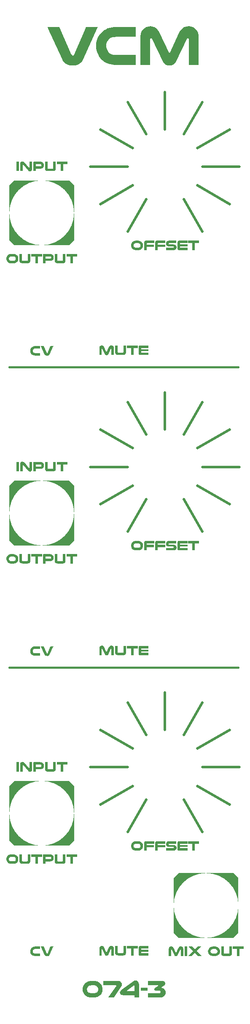
<source format=gto>
%TF.GenerationSoftware,KiCad,Pcbnew,9.0.0*%
%TF.CreationDate,2025-03-16T10:30:10+01:00*%
%TF.ProjectId,DMH_Tripple_VCA_PANEL,444d485f-5472-4697-9070-6c655f564341,rev?*%
%TF.SameCoordinates,Original*%
%TF.FileFunction,Legend,Top*%
%TF.FilePolarity,Positive*%
%FSLAX46Y46*%
G04 Gerber Fmt 4.6, Leading zero omitted, Abs format (unit mm)*
G04 Created by KiCad (PCBNEW 9.0.0) date 2025-03-16 10:30:10*
%MOMM*%
%LPD*%
G01*
G04 APERTURE LIST*
%ADD10C,0.400000*%
%ADD11C,0.800000*%
%ADD12C,0.875000*%
%ADD13C,0.150000*%
%ADD14C,0.500000*%
%ADD15C,0.000000*%
%ADD16C,12.000000*%
%ADD17O,2.500000X1.500000*%
%ADD18C,4.000000*%
%ADD19C,0.500000*%
%ADD20C,3.100000*%
%ADD21C,2.900000*%
%ADD22C,13.000000*%
G04 APERTURE END LIST*
D10*
X52000000Y-100750000D02*
X98000000Y-100750000D01*
X52000000Y-161000000D02*
X98000000Y-161000000D01*
D11*
G36*
X62533845Y-38801891D02*
G01*
X62754284Y-39208240D01*
X63017486Y-39543203D01*
X63325285Y-39807810D01*
X63679515Y-40003088D01*
X64082009Y-40130067D01*
X64534601Y-40189774D01*
X64730076Y-40195052D01*
X65205712Y-40161965D01*
X65627144Y-40062018D01*
X65997414Y-39894183D01*
X66319563Y-39657431D01*
X66596632Y-39350734D01*
X66831662Y-38973062D01*
X66914584Y-38801891D01*
X69624703Y-32779839D01*
X69747801Y-32441807D01*
X67383531Y-32441807D01*
X67293649Y-32711451D01*
X65054431Y-37959741D01*
X64739846Y-38196168D01*
X64415492Y-37959741D01*
X62152826Y-32711451D01*
X62074668Y-32441807D01*
X59677180Y-32441807D01*
X59800279Y-32779839D01*
X62533845Y-38801891D01*
G37*
G36*
X77401395Y-38076978D02*
G01*
X73436845Y-38076978D01*
X72999332Y-38045361D01*
X72575823Y-37936626D01*
X72226549Y-37758351D01*
X71912770Y-37484933D01*
X71674998Y-37155530D01*
X71515436Y-36774034D01*
X71445892Y-36354757D01*
X71443824Y-36267627D01*
X71492583Y-35846507D01*
X71631730Y-35456947D01*
X71850572Y-35113813D01*
X72002651Y-34948715D01*
X72342137Y-34696766D01*
X72721161Y-34538911D01*
X73134692Y-34462369D01*
X73436845Y-34448506D01*
X77401395Y-34448506D01*
X77401395Y-32441807D01*
X73436845Y-32441807D01*
X72993480Y-32459385D01*
X72578668Y-32510989D01*
X72191470Y-32594924D01*
X71744876Y-32742729D01*
X71338130Y-32935094D01*
X70969398Y-33168712D01*
X70636845Y-33440272D01*
X70306331Y-33787663D01*
X70021129Y-34176351D01*
X69785623Y-34601551D01*
X69635943Y-34964782D01*
X69523118Y-35345869D01*
X69449390Y-35742360D01*
X69417005Y-36151805D01*
X69415631Y-36255903D01*
X69442172Y-36722989D01*
X69519768Y-37171354D01*
X69645378Y-37597733D01*
X69815960Y-37998862D01*
X70028474Y-38371476D01*
X70279879Y-38712311D01*
X70390649Y-38839016D01*
X70738195Y-39174083D01*
X71131403Y-39462193D01*
X71479717Y-39656165D01*
X71858749Y-39815448D01*
X72269162Y-39937980D01*
X72711620Y-40021700D01*
X73186788Y-40064547D01*
X73436845Y-40070000D01*
X77401395Y-40070000D01*
X77401395Y-38076978D01*
G37*
G36*
X84156175Y-40195052D02*
G01*
X84549254Y-40154569D01*
X84948980Y-40007592D01*
X85273328Y-39745680D01*
X85432100Y-39503356D01*
X87727983Y-34753321D01*
X87874529Y-34665394D01*
X88052337Y-34866650D01*
X88052337Y-40070000D01*
X90002372Y-40070000D01*
X90002372Y-34516894D01*
X89975620Y-34070869D01*
X89897168Y-33687079D01*
X89743906Y-33309736D01*
X89492600Y-32959316D01*
X89296999Y-32777885D01*
X88949499Y-32551450D01*
X88583818Y-32403964D01*
X88171509Y-32325509D01*
X87974180Y-32316755D01*
X87551350Y-32357531D01*
X87114480Y-32507401D01*
X86745642Y-32756074D01*
X86435408Y-33091571D01*
X86214845Y-33428834D01*
X86059316Y-33731409D01*
X84345708Y-37457578D01*
X84156175Y-37602170D01*
X83964689Y-37457578D01*
X82251081Y-33731409D01*
X82053909Y-33357556D01*
X81826953Y-33030134D01*
X81507606Y-32708276D01*
X81128084Y-32475238D01*
X80678959Y-32342999D01*
X80336217Y-32316755D01*
X79904272Y-32359674D01*
X79517449Y-32478347D01*
X79144690Y-32680654D01*
X79013398Y-32777885D01*
X78714414Y-33081479D01*
X78492917Y-33462742D01*
X78367709Y-33871581D01*
X78314769Y-34285715D01*
X78308025Y-34516894D01*
X78308025Y-40070000D01*
X80258060Y-40070000D01*
X80258060Y-34876420D01*
X80435868Y-34675163D01*
X80582414Y-34763091D01*
X82878297Y-39532665D01*
X83134905Y-39857120D01*
X83488190Y-40071423D01*
X83906855Y-40179484D01*
X84156175Y-40195052D01*
G37*
D12*
G36*
X69055134Y-223893568D02*
G01*
X69230821Y-223905313D01*
X69395929Y-223929624D01*
X69551800Y-223966196D01*
X69697598Y-224014298D01*
X69837022Y-224074980D01*
X69966545Y-224146500D01*
X70092064Y-224232387D01*
X70207497Y-224328709D01*
X70329155Y-224453742D01*
X70506253Y-224696849D01*
X70635978Y-224965618D01*
X70714987Y-225251559D01*
X70741565Y-225547725D01*
X70741511Y-225561527D01*
X70733275Y-225717379D01*
X70711471Y-225868689D01*
X70675994Y-226017389D01*
X70627777Y-226160071D01*
X70566671Y-226297700D01*
X70493879Y-226427799D01*
X70409738Y-226550146D01*
X70315208Y-226663518D01*
X70156038Y-226815963D01*
X69918267Y-226979464D01*
X69787059Y-227045113D01*
X69646522Y-227100070D01*
X69496309Y-227143855D01*
X69336411Y-227175872D01*
X69164585Y-227195753D01*
X68982497Y-227202501D01*
X68477708Y-227202501D01*
X68227604Y-227189555D01*
X68061955Y-227165145D01*
X67906050Y-227128692D01*
X67758620Y-227080298D01*
X67620756Y-227020738D01*
X67489429Y-226948799D01*
X67367765Y-226866303D01*
X67251357Y-226769982D01*
X67144997Y-226663518D01*
X67125596Y-226641937D01*
X66951772Y-226403931D01*
X66823711Y-226137206D01*
X66745207Y-225849585D01*
X66719055Y-225552426D01*
X67605548Y-225552426D01*
X67622782Y-225714176D01*
X67651712Y-225814604D01*
X67693378Y-225909085D01*
X67746997Y-225996778D01*
X67811353Y-226076022D01*
X67856749Y-226121826D01*
X68015785Y-226232588D01*
X68111208Y-226273619D01*
X68218137Y-226304088D01*
X68341091Y-226323639D01*
X68477708Y-226330340D01*
X68982497Y-226330340D01*
X69063210Y-226328080D01*
X69187797Y-226314520D01*
X69299982Y-226289369D01*
X69401464Y-226252921D01*
X69491630Y-226206164D01*
X69575839Y-226146018D01*
X69648853Y-226076022D01*
X69750996Y-225937830D01*
X69828472Y-225751199D01*
X69854658Y-225552426D01*
X69854511Y-225537276D01*
X69845313Y-225432109D01*
X69822450Y-225330683D01*
X69786223Y-225232955D01*
X69737768Y-225141642D01*
X69609530Y-224985020D01*
X69599735Y-224976058D01*
X69441337Y-224865872D01*
X69349085Y-224825831D01*
X69244773Y-224795924D01*
X69121966Y-224776495D01*
X68982497Y-224769811D01*
X68477708Y-224769811D01*
X68235547Y-224791668D01*
X68126853Y-224820317D01*
X68031000Y-224859647D01*
X67934826Y-224916587D01*
X67850462Y-224985020D01*
X67834545Y-225000351D01*
X67766833Y-225077249D01*
X67709720Y-225162847D01*
X67631843Y-225351667D01*
X67605548Y-225552426D01*
X66719055Y-225552426D01*
X66718641Y-225547725D01*
X66725898Y-225392268D01*
X66747197Y-225240859D01*
X66781887Y-225093958D01*
X66830376Y-224949518D01*
X66891426Y-224811198D01*
X66965253Y-224678250D01*
X67050517Y-224553052D01*
X67252708Y-224328709D01*
X67311142Y-224277663D01*
X67548321Y-224114372D01*
X67678241Y-224049148D01*
X67817658Y-223994421D01*
X67966323Y-223950934D01*
X68125057Y-223919059D01*
X68295919Y-223899258D01*
X68477708Y-223892521D01*
X68982497Y-223892521D01*
X69055134Y-223893568D01*
G37*
G36*
X73399935Y-224769811D02*
G01*
X73441445Y-224776100D01*
X73468272Y-224792764D01*
X73487984Y-224848030D01*
X73482561Y-224885991D01*
X73458705Y-224931164D01*
X71949468Y-227065511D01*
X71875951Y-227202501D01*
X72993240Y-227202501D01*
X73061841Y-227075342D01*
X74428960Y-225068368D01*
X74516477Y-224928017D01*
X74573379Y-224810696D01*
X74603370Y-224719137D01*
X74617385Y-224636736D01*
X74620019Y-224578539D01*
X74593718Y-224387559D01*
X74516951Y-224214802D01*
X74448408Y-224122904D01*
X74381105Y-224055576D01*
X74303000Y-223998493D01*
X74219479Y-223955232D01*
X74125285Y-223922640D01*
X74021234Y-223901726D01*
X73905643Y-223892799D01*
X73880147Y-223892521D01*
X70866587Y-223892521D01*
X70866587Y-224769811D01*
X73399935Y-224769811D01*
G37*
G36*
X77525429Y-223828064D02*
G01*
X77698295Y-223888441D01*
X77837247Y-223987196D01*
X77936384Y-224117778D01*
X77974052Y-224202448D01*
X78002686Y-224302834D01*
X78021684Y-224426199D01*
X78028306Y-224570631D01*
X78028306Y-227202501D01*
X77136697Y-227202501D01*
X77136697Y-226737462D01*
X74828816Y-226737462D01*
X74637445Y-226722776D01*
X74542635Y-226700163D01*
X74462780Y-226668128D01*
X74391713Y-226624079D01*
X74333858Y-226570980D01*
X74315544Y-226549055D01*
X74271213Y-226479508D01*
X74239333Y-226401676D01*
X74218312Y-226308392D01*
X74211401Y-226208310D01*
X74211565Y-226194495D01*
X74237404Y-226046061D01*
X74268308Y-225975504D01*
X74311015Y-225909540D01*
X75568689Y-225909540D01*
X75577335Y-225940532D01*
X75595397Y-225957118D01*
X75622544Y-225963395D01*
X77136697Y-225963395D01*
X77136697Y-224938430D01*
X77130389Y-224897322D01*
X77114002Y-224866992D01*
X77063180Y-224840336D01*
X77025727Y-224845866D01*
X76984748Y-224869829D01*
X75602883Y-225855471D01*
X75600244Y-225857104D01*
X75576053Y-225879776D01*
X75568689Y-225909540D01*
X74311015Y-225909540D01*
X74314197Y-225904625D01*
X74332850Y-225880839D01*
X74409635Y-225801888D01*
X74534748Y-225703521D01*
X76891569Y-223977365D01*
X76962678Y-223928482D01*
X77144209Y-223841011D01*
X77245873Y-223817695D01*
X77352120Y-223810456D01*
X77525429Y-223828064D01*
G37*
G36*
X78418759Y-225834741D02*
G01*
X79751683Y-225834741D01*
X79751683Y-225271394D01*
X78418759Y-225271394D01*
X78418759Y-225834741D01*
G37*
G36*
X79882048Y-223892521D02*
G01*
X79882048Y-224769811D01*
X81846921Y-224769811D01*
X81876725Y-224776075D01*
X81895074Y-224792569D01*
X81900776Y-224813836D01*
X81893639Y-224842801D01*
X81871031Y-224865300D01*
X81851622Y-224877309D01*
X81278446Y-225239338D01*
X81177398Y-225312924D01*
X81110963Y-225392956D01*
X81088396Y-225447595D01*
X81078187Y-225510779D01*
X81077556Y-225532979D01*
X81085290Y-225616690D01*
X81112078Y-225692267D01*
X81145183Y-225737817D01*
X81192205Y-225775181D01*
X81248486Y-225800559D01*
X81319156Y-225816491D01*
X81400903Y-225821704D01*
X82067258Y-225821704D01*
X82153018Y-225828332D01*
X82222590Y-225847371D01*
X82273521Y-225874956D01*
X82312402Y-225911087D01*
X82357751Y-226005991D01*
X82366242Y-226085853D01*
X82359088Y-226160047D01*
X82336362Y-226225776D01*
X82304953Y-226271436D01*
X82260878Y-226308474D01*
X82207512Y-226334041D01*
X82141426Y-226349876D01*
X82067258Y-226354917D01*
X79872217Y-226354917D01*
X79872217Y-227202501D01*
X82331834Y-227202501D01*
X82469449Y-227195805D01*
X82598247Y-227176288D01*
X82718653Y-227144612D01*
X82829780Y-227101716D01*
X83025702Y-226984015D01*
X83183943Y-226827710D01*
X83300736Y-226637718D01*
X83371007Y-226420777D01*
X83390352Y-226222842D01*
X83383615Y-226083661D01*
X83363812Y-225956213D01*
X83332773Y-225843821D01*
X83290618Y-225742031D01*
X83238719Y-225651874D01*
X83177087Y-225571651D01*
X83024694Y-225438889D01*
X82830656Y-225341452D01*
X82589836Y-225281551D01*
X82528022Y-225273745D01*
X82504242Y-225262473D01*
X82494268Y-225242758D01*
X82493615Y-225234422D01*
X82513276Y-225195313D01*
X83052259Y-224804005D01*
X83150741Y-224719960D01*
X83225531Y-224631780D01*
X83264931Y-224561602D01*
X83290423Y-224485255D01*
X83302089Y-224377649D01*
X83295257Y-224289087D01*
X83274785Y-224206401D01*
X83242745Y-224134393D01*
X83198468Y-224069788D01*
X83144341Y-224015568D01*
X83078943Y-223970064D01*
X83003113Y-223934492D01*
X82916289Y-223909246D01*
X82748360Y-223892521D01*
X79882048Y-223892521D01*
G37*
D13*
G36*
X77885069Y-195839181D02*
G01*
X77985462Y-195845892D01*
X78079809Y-195859784D01*
X78168878Y-195880683D01*
X78252191Y-195908169D01*
X78331863Y-195942845D01*
X78405876Y-195983713D01*
X78477601Y-196032792D01*
X78543563Y-196087833D01*
X78613081Y-196159281D01*
X78714280Y-196298198D01*
X78788409Y-196451781D01*
X78833557Y-196615176D01*
X78848744Y-196784413D01*
X78848713Y-196792301D01*
X78844007Y-196881359D01*
X78831547Y-196967822D01*
X78811275Y-197052793D01*
X78783723Y-197134326D01*
X78748805Y-197212971D01*
X78707210Y-197287313D01*
X78659129Y-197357226D01*
X78605112Y-197422009D01*
X78514172Y-197509144D01*
X78378342Y-197602550D01*
X78303363Y-197640063D01*
X78223048Y-197671466D01*
X78137198Y-197696487D01*
X78045812Y-197714783D01*
X77947617Y-197726144D01*
X77843563Y-197730000D01*
X77445935Y-197730000D01*
X77303019Y-197722602D01*
X77208362Y-197708653D01*
X77119273Y-197687823D01*
X77035027Y-197660170D01*
X76956248Y-197626135D01*
X76881204Y-197585027D01*
X76811682Y-197537887D01*
X76745163Y-197482846D01*
X76684386Y-197422009D01*
X76673299Y-197409677D01*
X76573972Y-197273674D01*
X76500794Y-197121260D01*
X76455934Y-196956905D01*
X76440990Y-196787100D01*
X76947558Y-196787100D01*
X76957406Y-196879528D01*
X76973937Y-196936916D01*
X76997746Y-196990905D01*
X77028386Y-197041015D01*
X77065161Y-197086297D01*
X77091101Y-197112471D01*
X77181979Y-197175764D01*
X77236506Y-197199210D01*
X77297609Y-197216621D01*
X77367868Y-197227793D01*
X77445935Y-197231622D01*
X77843563Y-197231622D01*
X77889684Y-197230330D01*
X77960877Y-197222582D01*
X78024982Y-197208210D01*
X78082972Y-197187383D01*
X78134496Y-197160665D01*
X78182615Y-197126295D01*
X78224337Y-197086297D01*
X78282705Y-197007330D01*
X78326977Y-196900684D01*
X78341940Y-196787100D01*
X78341861Y-196778682D01*
X78336634Y-196718558D01*
X78323594Y-196660570D01*
X78302909Y-196604675D01*
X78275235Y-196552450D01*
X78201989Y-196462868D01*
X78196391Y-196457747D01*
X78105857Y-196394790D01*
X78053108Y-196371905D01*
X77993466Y-196354813D01*
X77923268Y-196343710D01*
X77843563Y-196339891D01*
X77445935Y-196339891D01*
X77307557Y-196352381D01*
X77245446Y-196368752D01*
X77190673Y-196391226D01*
X77135717Y-196423763D01*
X77087509Y-196462868D01*
X77078413Y-196471628D01*
X77039721Y-196515570D01*
X77007085Y-196564483D01*
X76962584Y-196672380D01*
X76947558Y-196787100D01*
X76440990Y-196787100D01*
X76440754Y-196784413D01*
X76444901Y-196695581D01*
X76457072Y-196609061D01*
X76476894Y-196525118D01*
X76504602Y-196442581D01*
X76539488Y-196363541D01*
X76581675Y-196287571D01*
X76630397Y-196216029D01*
X76745935Y-196087833D01*
X76779326Y-196058664D01*
X76914857Y-195965355D01*
X76989097Y-195928084D01*
X77068764Y-195896811D01*
X77153715Y-195871962D01*
X77244420Y-195853747D01*
X77342056Y-195842432D01*
X77445935Y-195838583D01*
X77843563Y-195838583D01*
X77885069Y-195839181D01*
G37*
G36*
X79430042Y-195838583D02*
G01*
X79360613Y-195842505D01*
X79299012Y-195854325D01*
X79250567Y-195871655D01*
X79208416Y-195895428D01*
X79174708Y-195923541D01*
X79146528Y-195957389D01*
X79106865Y-196042285D01*
X79089045Y-196157647D01*
X79088468Y-196185896D01*
X79088468Y-197730000D01*
X79595272Y-197730000D01*
X79595272Y-197098387D01*
X81070866Y-197098387D01*
X81070866Y-196627976D01*
X79595272Y-196627976D01*
X79595272Y-196423789D01*
X79599215Y-196389951D01*
X79611180Y-196364801D01*
X79648302Y-196342457D01*
X79673674Y-196339891D01*
X81079292Y-196339891D01*
X81079292Y-195838583D01*
X79430042Y-195838583D01*
G37*
G36*
X81641905Y-195838583D02*
G01*
X81572476Y-195842505D01*
X81510876Y-195854325D01*
X81462431Y-195871655D01*
X81420280Y-195895428D01*
X81386571Y-195923541D01*
X81358391Y-195957389D01*
X81318728Y-196042285D01*
X81300908Y-196157647D01*
X81300332Y-196185896D01*
X81300332Y-197730000D01*
X81807136Y-197730000D01*
X81807136Y-197098387D01*
X83282729Y-197098387D01*
X83282729Y-196627976D01*
X81807136Y-196627976D01*
X81807136Y-196423789D01*
X81811078Y-196389951D01*
X81823043Y-196364801D01*
X81860165Y-196342457D01*
X81885538Y-196339891D01*
X83291155Y-196339891D01*
X83291155Y-195838583D01*
X81641905Y-195838583D01*
G37*
G36*
X85494592Y-195838583D02*
G01*
X84105827Y-195838583D01*
X84006782Y-195842407D01*
X83919343Y-195853546D01*
X83845609Y-195870569D01*
X83780532Y-195893379D01*
X83673110Y-195954188D01*
X83610136Y-196009431D01*
X83565945Y-196060451D01*
X83527982Y-196116229D01*
X83496962Y-196175740D01*
X83473078Y-196238821D01*
X83457108Y-196303381D01*
X83448892Y-196370299D01*
X83447837Y-196404616D01*
X83451690Y-196472586D01*
X83463030Y-196537920D01*
X83507489Y-196660632D01*
X83579690Y-196769918D01*
X83607450Y-196800533D01*
X83656158Y-196844731D01*
X83712208Y-196883348D01*
X83769736Y-196912712D01*
X83835085Y-196936636D01*
X83907452Y-196954342D01*
X83989021Y-196965988D01*
X84105827Y-196971381D01*
X84875803Y-196971381D01*
X84933313Y-196975293D01*
X84974589Y-196987041D01*
X85010136Y-197012903D01*
X85042018Y-197065446D01*
X85049337Y-197112676D01*
X85045532Y-197145618D01*
X85034529Y-197175289D01*
X85018563Y-197198527D01*
X84995937Y-197219276D01*
X84965168Y-197234224D01*
X84875803Y-197245666D01*
X83498151Y-197245666D01*
X83498151Y-197730000D01*
X84965318Y-197730000D01*
X85049857Y-197726162D01*
X85127201Y-197714927D01*
X85196151Y-197697208D01*
X85258881Y-197673219D01*
X85367134Y-197607858D01*
X85444156Y-197534117D01*
X85519944Y-197422234D01*
X85547670Y-197360487D01*
X85567974Y-197295741D01*
X85579991Y-197231242D01*
X85584107Y-197165310D01*
X85569026Y-197039721D01*
X85523865Y-196917838D01*
X85449916Y-196806404D01*
X85421808Y-196775376D01*
X85372307Y-196730374D01*
X85316275Y-196691170D01*
X85258438Y-196660803D01*
X85194081Y-196636435D01*
X85125004Y-196619031D01*
X85048915Y-196608236D01*
X84965318Y-196604528D01*
X84133793Y-196604528D01*
X84077155Y-196600450D01*
X84039956Y-196587531D01*
X84024616Y-196576441D01*
X84003038Y-196554054D01*
X83987086Y-196526072D01*
X83976989Y-196475080D01*
X83980814Y-196440683D01*
X83991958Y-196409888D01*
X84016190Y-196376406D01*
X84040284Y-196358352D01*
X84073530Y-196345961D01*
X84133793Y-196339891D01*
X85494592Y-196339891D01*
X85494592Y-195838583D01*
G37*
G36*
X86053420Y-195838583D02*
G01*
X85990662Y-195842496D01*
X85936233Y-195854258D01*
X85895062Y-195871213D01*
X85860398Y-195894346D01*
X85833864Y-195921599D01*
X85813027Y-195954297D01*
X85788220Y-196037702D01*
X85784630Y-196093450D01*
X85784630Y-197466828D01*
X85788533Y-197526739D01*
X85800221Y-197578855D01*
X85817251Y-197618903D01*
X85840466Y-197652761D01*
X85901403Y-197700051D01*
X85987006Y-197725709D01*
X86050611Y-197730000D01*
X87775454Y-197730000D01*
X87775454Y-197245666D01*
X86336253Y-197245666D01*
X86314275Y-197241758D01*
X86299816Y-197230034D01*
X86291434Y-197195840D01*
X86291434Y-196968572D01*
X87767027Y-196968572D01*
X87767027Y-196604528D01*
X86291434Y-196604528D01*
X86291434Y-196387763D01*
X86295418Y-196363440D01*
X86307673Y-196347456D01*
X86336253Y-196339891D01*
X87775454Y-196339891D01*
X87775454Y-195838583D01*
X86053420Y-195838583D01*
G37*
G36*
X87928960Y-195838583D02*
G01*
X87928960Y-196339891D01*
X88760607Y-196339891D01*
X88760607Y-197730000D01*
X89270098Y-197730000D01*
X89270098Y-196339891D01*
X90098936Y-196339891D01*
X90098936Y-195838583D01*
X87928960Y-195838583D01*
G37*
G36*
X52841000Y-138239181D02*
G01*
X52941393Y-138245892D01*
X53035740Y-138259784D01*
X53124809Y-138280683D01*
X53208122Y-138308169D01*
X53287794Y-138342845D01*
X53361807Y-138383713D01*
X53433532Y-138432792D01*
X53499494Y-138487833D01*
X53569012Y-138559281D01*
X53670211Y-138698198D01*
X53744340Y-138851781D01*
X53789488Y-139015176D01*
X53804675Y-139184413D01*
X53804644Y-139192301D01*
X53799938Y-139281359D01*
X53787478Y-139367822D01*
X53767206Y-139452793D01*
X53739654Y-139534326D01*
X53704736Y-139612971D01*
X53663141Y-139687313D01*
X53615060Y-139757226D01*
X53561043Y-139822009D01*
X53470103Y-139909144D01*
X53334273Y-140002550D01*
X53259294Y-140040063D01*
X53178979Y-140071466D01*
X53093129Y-140096487D01*
X53001743Y-140114783D01*
X52903548Y-140126144D01*
X52799494Y-140130000D01*
X52401866Y-140130000D01*
X52258950Y-140122602D01*
X52164293Y-140108653D01*
X52075204Y-140087823D01*
X51990958Y-140060170D01*
X51912179Y-140026135D01*
X51837135Y-139985027D01*
X51767613Y-139937887D01*
X51701094Y-139882846D01*
X51640317Y-139822009D01*
X51629230Y-139809677D01*
X51529903Y-139673674D01*
X51456725Y-139521260D01*
X51411865Y-139356905D01*
X51396921Y-139187100D01*
X51903489Y-139187100D01*
X51913337Y-139279528D01*
X51929868Y-139336916D01*
X51953677Y-139390905D01*
X51984317Y-139441015D01*
X52021092Y-139486297D01*
X52047032Y-139512471D01*
X52137910Y-139575764D01*
X52192437Y-139599210D01*
X52253540Y-139616621D01*
X52323799Y-139627793D01*
X52401866Y-139631622D01*
X52799494Y-139631622D01*
X52845615Y-139630330D01*
X52916808Y-139622582D01*
X52980913Y-139608210D01*
X53038903Y-139587383D01*
X53090427Y-139560665D01*
X53138546Y-139526295D01*
X53180268Y-139486297D01*
X53238636Y-139407330D01*
X53282908Y-139300684D01*
X53297871Y-139187100D01*
X53297792Y-139178682D01*
X53292565Y-139118558D01*
X53279525Y-139060570D01*
X53258840Y-139004675D01*
X53231166Y-138952450D01*
X53157920Y-138862868D01*
X53152322Y-138857747D01*
X53061788Y-138794790D01*
X53009039Y-138771905D01*
X52949397Y-138754813D01*
X52879199Y-138743710D01*
X52799494Y-138739891D01*
X52401866Y-138739891D01*
X52263488Y-138752381D01*
X52201377Y-138768752D01*
X52146604Y-138791226D01*
X52091648Y-138823763D01*
X52043440Y-138862868D01*
X52034344Y-138871628D01*
X51995652Y-138915570D01*
X51963016Y-138964483D01*
X51918515Y-139072380D01*
X51903489Y-139187100D01*
X51396921Y-139187100D01*
X51396685Y-139184413D01*
X51400832Y-139095581D01*
X51413003Y-139009061D01*
X51432825Y-138925118D01*
X51460533Y-138842581D01*
X51495419Y-138763541D01*
X51537606Y-138687571D01*
X51586328Y-138616029D01*
X51701866Y-138487833D01*
X51735257Y-138458664D01*
X51870788Y-138365355D01*
X51945028Y-138328084D01*
X52024695Y-138296811D01*
X52109646Y-138271962D01*
X52200351Y-138253747D01*
X52297987Y-138242432D01*
X52401866Y-138238583D01*
X52799494Y-138238583D01*
X52841000Y-138239181D01*
G37*
G36*
X55547958Y-140130000D02*
G01*
X55662655Y-140126056D01*
X55765328Y-140114083D01*
X55846228Y-140096682D01*
X55918305Y-140072716D01*
X55976471Y-140045062D01*
X56027722Y-140011734D01*
X56070153Y-139974741D01*
X56106683Y-139932440D01*
X56162654Y-139831636D01*
X56198183Y-139701795D01*
X56211566Y-139525376D01*
X56211566Y-138238583D01*
X55701954Y-138238583D01*
X55701954Y-139469445D01*
X55698037Y-139517883D01*
X55686250Y-139558305D01*
X55669613Y-139586991D01*
X55646980Y-139609866D01*
X55585422Y-139638151D01*
X55514375Y-139645666D01*
X54727547Y-139645666D01*
X54675900Y-139641758D01*
X54633273Y-139630034D01*
X54603594Y-139613681D01*
X54580224Y-139591536D01*
X54552329Y-139532498D01*
X54545586Y-139469445D01*
X54545586Y-138238583D01*
X54035973Y-138238583D01*
X54035973Y-139525376D01*
X54039939Y-139626061D01*
X54052072Y-139716921D01*
X54069710Y-139788680D01*
X54094134Y-139853176D01*
X54122602Y-139905901D01*
X54157119Y-139952775D01*
X54196145Y-139992396D01*
X54241081Y-140026808D01*
X54350873Y-140080936D01*
X54495793Y-140116238D01*
X54699581Y-140130000D01*
X55547958Y-140130000D01*
G37*
G36*
X56395847Y-138238583D02*
G01*
X56395847Y-138739891D01*
X57227494Y-138739891D01*
X57227494Y-140130000D01*
X57736985Y-140130000D01*
X57736985Y-138739891D01*
X58565823Y-138739891D01*
X58565823Y-138238583D01*
X56395847Y-138238583D01*
G37*
G36*
X60304351Y-138249453D02*
G01*
X60386016Y-138264902D01*
X60460388Y-138286626D01*
X60529867Y-138315156D01*
X60592796Y-138349570D01*
X60654560Y-138393281D01*
X60710031Y-138443014D01*
X60784863Y-138531132D01*
X60859281Y-138661146D01*
X60904759Y-138801712D01*
X60919958Y-138946032D01*
X60918906Y-138983887D01*
X60910662Y-139058421D01*
X60894567Y-139131076D01*
X60870412Y-139202888D01*
X60838906Y-139271620D01*
X60800166Y-139337193D01*
X60754850Y-139398492D01*
X60716246Y-139441013D01*
X60607694Y-139530127D01*
X60546289Y-139565895D01*
X60478935Y-139596097D01*
X60405441Y-139620306D01*
X60325447Y-139638165D01*
X60237156Y-139649399D01*
X60141556Y-139653237D01*
X59270830Y-139653237D01*
X59270830Y-140130000D01*
X58764026Y-140130000D01*
X58764026Y-138778848D01*
X59270830Y-138778848D01*
X59270830Y-139188443D01*
X60152791Y-139188443D01*
X60222416Y-139183348D01*
X60268373Y-139172341D01*
X60306932Y-139155599D01*
X60342464Y-139130522D01*
X60371144Y-139099295D01*
X60401265Y-139046432D01*
X60412171Y-139007970D01*
X60415963Y-138965572D01*
X60406720Y-138897764D01*
X60391106Y-138858598D01*
X60368335Y-138823422D01*
X60336325Y-138792248D01*
X60302932Y-138770819D01*
X60262683Y-138754504D01*
X60212464Y-138743672D01*
X60152791Y-138739891D01*
X59307222Y-138739891D01*
X59285231Y-138745245D01*
X59274584Y-138757832D01*
X59270830Y-138778848D01*
X58764026Y-138778848D01*
X58764026Y-138356186D01*
X58777154Y-138292338D01*
X58792713Y-138270423D01*
X58814191Y-138254214D01*
X58846760Y-138242491D01*
X58887247Y-138238583D01*
X60141556Y-138238583D01*
X60304351Y-138249453D01*
G37*
G36*
X62625139Y-140130000D02*
G01*
X62739836Y-140126056D01*
X62842509Y-140114083D01*
X62923409Y-140096682D01*
X62995485Y-140072716D01*
X63053652Y-140045062D01*
X63104903Y-140011734D01*
X63147333Y-139974741D01*
X63183864Y-139932440D01*
X63239835Y-139831636D01*
X63275364Y-139701795D01*
X63288747Y-139525376D01*
X63288747Y-138238583D01*
X62779134Y-138238583D01*
X62779134Y-139469445D01*
X62775217Y-139517883D01*
X62763431Y-139558305D01*
X62746793Y-139586991D01*
X62724160Y-139609866D01*
X62662603Y-139638151D01*
X62591556Y-139645666D01*
X61804727Y-139645666D01*
X61753080Y-139641758D01*
X61710454Y-139630034D01*
X61680775Y-139613681D01*
X61657405Y-139591536D01*
X61629509Y-139532498D01*
X61622767Y-139469445D01*
X61622767Y-138238583D01*
X61113154Y-138238583D01*
X61113154Y-139525376D01*
X61117120Y-139626061D01*
X61129252Y-139716921D01*
X61146890Y-139788680D01*
X61171315Y-139853176D01*
X61199782Y-139905901D01*
X61234299Y-139952775D01*
X61273325Y-139992396D01*
X61318261Y-140026808D01*
X61428053Y-140080936D01*
X61572974Y-140116238D01*
X61776762Y-140130000D01*
X62625139Y-140130000D01*
G37*
G36*
X63473028Y-138238583D02*
G01*
X63473028Y-138739891D01*
X64304675Y-138739891D01*
X64304675Y-140130000D01*
X64814166Y-140130000D01*
X64814166Y-138739891D01*
X65643004Y-138739891D01*
X65643004Y-138238583D01*
X63473028Y-138238583D01*
G37*
G36*
X52841000Y-77989181D02*
G01*
X52941393Y-77995892D01*
X53035740Y-78009784D01*
X53124809Y-78030683D01*
X53208122Y-78058169D01*
X53287794Y-78092845D01*
X53361807Y-78133713D01*
X53433532Y-78182792D01*
X53499494Y-78237833D01*
X53569012Y-78309281D01*
X53670211Y-78448198D01*
X53744340Y-78601781D01*
X53789488Y-78765176D01*
X53804675Y-78934413D01*
X53804644Y-78942301D01*
X53799938Y-79031359D01*
X53787478Y-79117822D01*
X53767206Y-79202793D01*
X53739654Y-79284326D01*
X53704736Y-79362971D01*
X53663141Y-79437313D01*
X53615060Y-79507226D01*
X53561043Y-79572009D01*
X53470103Y-79659144D01*
X53334273Y-79752550D01*
X53259294Y-79790063D01*
X53178979Y-79821466D01*
X53093129Y-79846487D01*
X53001743Y-79864783D01*
X52903548Y-79876144D01*
X52799494Y-79880000D01*
X52401866Y-79880000D01*
X52258950Y-79872602D01*
X52164293Y-79858653D01*
X52075204Y-79837823D01*
X51990958Y-79810170D01*
X51912179Y-79776135D01*
X51837135Y-79735027D01*
X51767613Y-79687887D01*
X51701094Y-79632846D01*
X51640317Y-79572009D01*
X51629230Y-79559677D01*
X51529903Y-79423674D01*
X51456725Y-79271260D01*
X51411865Y-79106905D01*
X51396921Y-78937100D01*
X51903489Y-78937100D01*
X51913337Y-79029528D01*
X51929868Y-79086916D01*
X51953677Y-79140905D01*
X51984317Y-79191015D01*
X52021092Y-79236297D01*
X52047032Y-79262471D01*
X52137910Y-79325764D01*
X52192437Y-79349210D01*
X52253540Y-79366621D01*
X52323799Y-79377793D01*
X52401866Y-79381622D01*
X52799494Y-79381622D01*
X52845615Y-79380330D01*
X52916808Y-79372582D01*
X52980913Y-79358210D01*
X53038903Y-79337383D01*
X53090427Y-79310665D01*
X53138546Y-79276295D01*
X53180268Y-79236297D01*
X53238636Y-79157330D01*
X53282908Y-79050684D01*
X53297871Y-78937100D01*
X53297792Y-78928682D01*
X53292565Y-78868558D01*
X53279525Y-78810570D01*
X53258840Y-78754675D01*
X53231166Y-78702450D01*
X53157920Y-78612868D01*
X53152322Y-78607747D01*
X53061788Y-78544790D01*
X53009039Y-78521905D01*
X52949397Y-78504813D01*
X52879199Y-78493710D01*
X52799494Y-78489891D01*
X52401866Y-78489891D01*
X52263488Y-78502381D01*
X52201377Y-78518752D01*
X52146604Y-78541226D01*
X52091648Y-78573763D01*
X52043440Y-78612868D01*
X52034344Y-78621628D01*
X51995652Y-78665570D01*
X51963016Y-78714483D01*
X51918515Y-78822380D01*
X51903489Y-78937100D01*
X51396921Y-78937100D01*
X51396685Y-78934413D01*
X51400832Y-78845581D01*
X51413003Y-78759061D01*
X51432825Y-78675118D01*
X51460533Y-78592581D01*
X51495419Y-78513541D01*
X51537606Y-78437571D01*
X51586328Y-78366029D01*
X51701866Y-78237833D01*
X51735257Y-78208664D01*
X51870788Y-78115355D01*
X51945028Y-78078084D01*
X52024695Y-78046811D01*
X52109646Y-78021962D01*
X52200351Y-78003747D01*
X52297987Y-77992432D01*
X52401866Y-77988583D01*
X52799494Y-77988583D01*
X52841000Y-77989181D01*
G37*
G36*
X55547958Y-79880000D02*
G01*
X55662655Y-79876056D01*
X55765328Y-79864083D01*
X55846228Y-79846682D01*
X55918305Y-79822716D01*
X55976471Y-79795062D01*
X56027722Y-79761734D01*
X56070153Y-79724741D01*
X56106683Y-79682440D01*
X56162654Y-79581636D01*
X56198183Y-79451795D01*
X56211566Y-79275376D01*
X56211566Y-77988583D01*
X55701954Y-77988583D01*
X55701954Y-79219445D01*
X55698037Y-79267883D01*
X55686250Y-79308305D01*
X55669613Y-79336991D01*
X55646980Y-79359866D01*
X55585422Y-79388151D01*
X55514375Y-79395666D01*
X54727547Y-79395666D01*
X54675900Y-79391758D01*
X54633273Y-79380034D01*
X54603594Y-79363681D01*
X54580224Y-79341536D01*
X54552329Y-79282498D01*
X54545586Y-79219445D01*
X54545586Y-77988583D01*
X54035973Y-77988583D01*
X54035973Y-79275376D01*
X54039939Y-79376061D01*
X54052072Y-79466921D01*
X54069710Y-79538680D01*
X54094134Y-79603176D01*
X54122602Y-79655901D01*
X54157119Y-79702775D01*
X54196145Y-79742396D01*
X54241081Y-79776808D01*
X54350873Y-79830936D01*
X54495793Y-79866238D01*
X54699581Y-79880000D01*
X55547958Y-79880000D01*
G37*
G36*
X56395847Y-77988583D02*
G01*
X56395847Y-78489891D01*
X57227494Y-78489891D01*
X57227494Y-79880000D01*
X57736985Y-79880000D01*
X57736985Y-78489891D01*
X58565823Y-78489891D01*
X58565823Y-77988583D01*
X56395847Y-77988583D01*
G37*
G36*
X60304351Y-77999453D02*
G01*
X60386016Y-78014902D01*
X60460388Y-78036626D01*
X60529867Y-78065156D01*
X60592796Y-78099570D01*
X60654560Y-78143281D01*
X60710031Y-78193014D01*
X60784863Y-78281132D01*
X60859281Y-78411146D01*
X60904759Y-78551712D01*
X60919958Y-78696032D01*
X60918906Y-78733887D01*
X60910662Y-78808421D01*
X60894567Y-78881076D01*
X60870412Y-78952888D01*
X60838906Y-79021620D01*
X60800166Y-79087193D01*
X60754850Y-79148492D01*
X60716246Y-79191013D01*
X60607694Y-79280127D01*
X60546289Y-79315895D01*
X60478935Y-79346097D01*
X60405441Y-79370306D01*
X60325447Y-79388165D01*
X60237156Y-79399399D01*
X60141556Y-79403237D01*
X59270830Y-79403237D01*
X59270830Y-79880000D01*
X58764026Y-79880000D01*
X58764026Y-78528848D01*
X59270830Y-78528848D01*
X59270830Y-78938443D01*
X60152791Y-78938443D01*
X60222416Y-78933348D01*
X60268373Y-78922341D01*
X60306932Y-78905599D01*
X60342464Y-78880522D01*
X60371144Y-78849295D01*
X60401265Y-78796432D01*
X60412171Y-78757970D01*
X60415963Y-78715572D01*
X60406720Y-78647764D01*
X60391106Y-78608598D01*
X60368335Y-78573422D01*
X60336325Y-78542248D01*
X60302932Y-78520819D01*
X60262683Y-78504504D01*
X60212464Y-78493672D01*
X60152791Y-78489891D01*
X59307222Y-78489891D01*
X59285231Y-78495245D01*
X59274584Y-78507832D01*
X59270830Y-78528848D01*
X58764026Y-78528848D01*
X58764026Y-78106186D01*
X58777154Y-78042338D01*
X58792713Y-78020423D01*
X58814191Y-78004214D01*
X58846760Y-77992491D01*
X58887247Y-77988583D01*
X60141556Y-77988583D01*
X60304351Y-77999453D01*
G37*
G36*
X62625139Y-79880000D02*
G01*
X62739836Y-79876056D01*
X62842509Y-79864083D01*
X62923409Y-79846682D01*
X62995485Y-79822716D01*
X63053652Y-79795062D01*
X63104903Y-79761734D01*
X63147333Y-79724741D01*
X63183864Y-79682440D01*
X63239835Y-79581636D01*
X63275364Y-79451795D01*
X63288747Y-79275376D01*
X63288747Y-77988583D01*
X62779134Y-77988583D01*
X62779134Y-79219445D01*
X62775217Y-79267883D01*
X62763431Y-79308305D01*
X62746793Y-79336991D01*
X62724160Y-79359866D01*
X62662603Y-79388151D01*
X62591556Y-79395666D01*
X61804727Y-79395666D01*
X61753080Y-79391758D01*
X61710454Y-79380034D01*
X61680775Y-79363681D01*
X61657405Y-79341536D01*
X61629509Y-79282498D01*
X61622767Y-79219445D01*
X61622767Y-77988583D01*
X61113154Y-77988583D01*
X61113154Y-79275376D01*
X61117120Y-79376061D01*
X61129252Y-79466921D01*
X61146890Y-79538680D01*
X61171315Y-79603176D01*
X61199782Y-79655901D01*
X61234299Y-79702775D01*
X61273325Y-79742396D01*
X61318261Y-79776808D01*
X61428053Y-79830936D01*
X61572974Y-79866238D01*
X61776762Y-79880000D01*
X62625139Y-79880000D01*
G37*
G36*
X63473028Y-77988583D02*
G01*
X63473028Y-78489891D01*
X64304675Y-78489891D01*
X64304675Y-79880000D01*
X64814166Y-79880000D01*
X64814166Y-78489891D01*
X65643004Y-78489891D01*
X65643004Y-77988583D01*
X63473028Y-77988583D01*
G37*
G36*
X71526623Y-158569078D02*
G01*
X71588871Y-158565116D01*
X71648530Y-158553013D01*
X71700016Y-158534387D01*
X71747106Y-158508328D01*
X71785279Y-158477909D01*
X71818132Y-158440921D01*
X71845848Y-158395177D01*
X72419819Y-157203150D01*
X72440917Y-157183737D01*
X72456211Y-157180680D01*
X72474447Y-157184588D01*
X72489760Y-157196311D01*
X72501030Y-157231238D01*
X72501030Y-158530000D01*
X72988294Y-158530000D01*
X72988294Y-157141479D01*
X72984435Y-157055422D01*
X72973052Y-156978535D01*
X72955709Y-156913886D01*
X72932193Y-156856216D01*
X72903399Y-156805936D01*
X72869144Y-156761286D01*
X72811829Y-156706727D01*
X72758252Y-156669013D01*
X72698265Y-156637309D01*
X72637601Y-156614590D01*
X72571939Y-156599152D01*
X72481490Y-156591688D01*
X72415269Y-156595530D01*
X72354249Y-156606793D01*
X72298789Y-156624813D01*
X72247807Y-156649306D01*
X72155594Y-156718573D01*
X72072902Y-156818693D01*
X72002652Y-156945230D01*
X71574250Y-157876528D01*
X71560768Y-157899745D01*
X71543416Y-157910761D01*
X71526623Y-157912920D01*
X71503787Y-157908337D01*
X71486694Y-157891885D01*
X71479117Y-157876528D01*
X71050715Y-156945230D01*
X71006880Y-156860978D01*
X70957140Y-156785899D01*
X70911572Y-156732372D01*
X70860912Y-156686442D01*
X70811401Y-156652668D01*
X70757125Y-156625844D01*
X70701312Y-156607355D01*
X70640643Y-156595842D01*
X70571877Y-156591688D01*
X70446243Y-156606303D01*
X70331035Y-156648809D01*
X70241539Y-156706727D01*
X70196088Y-156748323D01*
X70156876Y-156795885D01*
X70126516Y-156845626D01*
X70101957Y-156901587D01*
X70071408Y-157032723D01*
X70065073Y-157141479D01*
X70065073Y-158530000D01*
X70552338Y-158530000D01*
X70552338Y-157231360D01*
X70555931Y-157209895D01*
X70565454Y-157194323D01*
X70597034Y-157180802D01*
X70628547Y-157195068D01*
X70633549Y-157203272D01*
X71207519Y-158395422D01*
X71260812Y-158470894D01*
X71336011Y-158526006D01*
X71433070Y-158559874D01*
X71526623Y-158569078D01*
G37*
G36*
X74761986Y-158530000D02*
G01*
X74876682Y-158526056D01*
X74979355Y-158514083D01*
X75060255Y-158496682D01*
X75132332Y-158472716D01*
X75190498Y-158445062D01*
X75241749Y-158411734D01*
X75284180Y-158374741D01*
X75320710Y-158332440D01*
X75376681Y-158231636D01*
X75412210Y-158101795D01*
X75425593Y-157925376D01*
X75425593Y-156638583D01*
X74915981Y-156638583D01*
X74915981Y-157869445D01*
X74912064Y-157917883D01*
X74900277Y-157958305D01*
X74883640Y-157986991D01*
X74861007Y-158009866D01*
X74799449Y-158038151D01*
X74728402Y-158045666D01*
X73941574Y-158045666D01*
X73889927Y-158041758D01*
X73847300Y-158030034D01*
X73817622Y-158013681D01*
X73794251Y-157991536D01*
X73766356Y-157932498D01*
X73759613Y-157869445D01*
X73759613Y-156638583D01*
X73250000Y-156638583D01*
X73250000Y-157925376D01*
X73253966Y-158026061D01*
X73266099Y-158116921D01*
X73283737Y-158188680D01*
X73308161Y-158253176D01*
X73336629Y-158305901D01*
X73371146Y-158352775D01*
X73410172Y-158392396D01*
X73455108Y-158426808D01*
X73564900Y-158480936D01*
X73709820Y-158516238D01*
X73913608Y-158530000D01*
X74761986Y-158530000D01*
G37*
G36*
X75609875Y-156638583D02*
G01*
X75609875Y-157139891D01*
X76441521Y-157139891D01*
X76441521Y-158530000D01*
X76951012Y-158530000D01*
X76951012Y-157139891D01*
X77779850Y-157139891D01*
X77779850Y-156638583D01*
X75609875Y-156638583D01*
G37*
G36*
X78244034Y-156638583D02*
G01*
X78181276Y-156642496D01*
X78126847Y-156654258D01*
X78085676Y-156671213D01*
X78051013Y-156694346D01*
X78024479Y-156721599D01*
X78003641Y-156754297D01*
X77978834Y-156837702D01*
X77975244Y-156893450D01*
X77975244Y-158266828D01*
X77979147Y-158326739D01*
X77990835Y-158378855D01*
X78007865Y-158418903D01*
X78031080Y-158452761D01*
X78092017Y-158500051D01*
X78177620Y-158525709D01*
X78241225Y-158530000D01*
X79966068Y-158530000D01*
X79966068Y-158045666D01*
X78526867Y-158045666D01*
X78504889Y-158041758D01*
X78490430Y-158030034D01*
X78482048Y-157995840D01*
X78482048Y-157768572D01*
X79957642Y-157768572D01*
X79957642Y-157404528D01*
X78482048Y-157404528D01*
X78482048Y-157187763D01*
X78486032Y-157163440D01*
X78498287Y-157147456D01*
X78526867Y-157139891D01*
X79966068Y-157139891D01*
X79966068Y-156638583D01*
X78244034Y-156638583D01*
G37*
G36*
X58184072Y-218381622D02*
G01*
X57192934Y-218381622D01*
X57114867Y-218377793D01*
X57044608Y-218366621D01*
X56983505Y-218349210D01*
X56928978Y-218325764D01*
X56838100Y-218262471D01*
X56812160Y-218236297D01*
X56775385Y-218191015D01*
X56744745Y-218140905D01*
X56720936Y-218086916D01*
X56704405Y-218029528D01*
X56694557Y-217937100D01*
X56709583Y-217822380D01*
X56754084Y-217714483D01*
X56786720Y-217665570D01*
X56825412Y-217621628D01*
X56834508Y-217612868D01*
X56882716Y-217573763D01*
X56937672Y-217541226D01*
X56992445Y-217518752D01*
X57054556Y-217502381D01*
X57192934Y-217489891D01*
X58184072Y-217489891D01*
X58184072Y-216988583D01*
X57192934Y-216988583D01*
X57089055Y-216992432D01*
X56991419Y-217003747D01*
X56900714Y-217021962D01*
X56815763Y-217046811D01*
X56736096Y-217078084D01*
X56661856Y-217115355D01*
X56526325Y-217208664D01*
X56492934Y-217237833D01*
X56377396Y-217366029D01*
X56328674Y-217437571D01*
X56286487Y-217513541D01*
X56251601Y-217592581D01*
X56223893Y-217675118D01*
X56204071Y-217759061D01*
X56191900Y-217845581D01*
X56187753Y-217934413D01*
X56202933Y-218106905D01*
X56247793Y-218271260D01*
X56320971Y-218423674D01*
X56420298Y-218559677D01*
X56431385Y-218572009D01*
X56492162Y-218632846D01*
X56558681Y-218687887D01*
X56628203Y-218735027D01*
X56703247Y-218776135D01*
X56782026Y-218810170D01*
X56866272Y-218837823D01*
X56955361Y-218858653D01*
X57050018Y-218872602D01*
X57192934Y-218880000D01*
X58184072Y-218880000D01*
X58184072Y-218381622D01*
G37*
G36*
X59049302Y-218572254D02*
G01*
X59085748Y-218643246D01*
X59127114Y-218705918D01*
X59170235Y-218756923D01*
X59217875Y-218800835D01*
X59268286Y-218836575D01*
X59323126Y-218865819D01*
X59447189Y-218905194D01*
X59598116Y-218919078D01*
X59681748Y-218915156D01*
X59758784Y-218903334D01*
X59824383Y-218885292D01*
X59884757Y-218860352D01*
X59938027Y-218829831D01*
X59986837Y-218792821D01*
X60072096Y-218698673D01*
X60143999Y-218572254D01*
X60821650Y-217072602D01*
X60852425Y-216988583D01*
X60261601Y-216988583D01*
X60239253Y-217055750D01*
X59679204Y-218362327D01*
X59661896Y-218392458D01*
X59641721Y-218410856D01*
X59600802Y-218421067D01*
X59573590Y-218416974D01*
X59549154Y-218403950D01*
X59519714Y-218362327D01*
X58954047Y-217055750D01*
X58934508Y-216988583D01*
X58335258Y-216988583D01*
X58366033Y-217072602D01*
X59049302Y-218572254D01*
G37*
G36*
X52841000Y-198489181D02*
G01*
X52941393Y-198495892D01*
X53035740Y-198509784D01*
X53124809Y-198530683D01*
X53208122Y-198558169D01*
X53287794Y-198592845D01*
X53361807Y-198633713D01*
X53433532Y-198682792D01*
X53499494Y-198737833D01*
X53569012Y-198809281D01*
X53670211Y-198948198D01*
X53744340Y-199101781D01*
X53789488Y-199265176D01*
X53804675Y-199434413D01*
X53804644Y-199442301D01*
X53799938Y-199531359D01*
X53787478Y-199617822D01*
X53767206Y-199702793D01*
X53739654Y-199784326D01*
X53704736Y-199862971D01*
X53663141Y-199937313D01*
X53615060Y-200007226D01*
X53561043Y-200072009D01*
X53470103Y-200159144D01*
X53334273Y-200252550D01*
X53259294Y-200290063D01*
X53178979Y-200321466D01*
X53093129Y-200346487D01*
X53001743Y-200364783D01*
X52903548Y-200376144D01*
X52799494Y-200380000D01*
X52401866Y-200380000D01*
X52258950Y-200372602D01*
X52164293Y-200358653D01*
X52075204Y-200337823D01*
X51990958Y-200310170D01*
X51912179Y-200276135D01*
X51837135Y-200235027D01*
X51767613Y-200187887D01*
X51701094Y-200132846D01*
X51640317Y-200072009D01*
X51629230Y-200059677D01*
X51529903Y-199923674D01*
X51456725Y-199771260D01*
X51411865Y-199606905D01*
X51396921Y-199437100D01*
X51903489Y-199437100D01*
X51913337Y-199529528D01*
X51929868Y-199586916D01*
X51953677Y-199640905D01*
X51984317Y-199691015D01*
X52021092Y-199736297D01*
X52047032Y-199762471D01*
X52137910Y-199825764D01*
X52192437Y-199849210D01*
X52253540Y-199866621D01*
X52323799Y-199877793D01*
X52401866Y-199881622D01*
X52799494Y-199881622D01*
X52845615Y-199880330D01*
X52916808Y-199872582D01*
X52980913Y-199858210D01*
X53038903Y-199837383D01*
X53090427Y-199810665D01*
X53138546Y-199776295D01*
X53180268Y-199736297D01*
X53238636Y-199657330D01*
X53282908Y-199550684D01*
X53297871Y-199437100D01*
X53297792Y-199428682D01*
X53292565Y-199368558D01*
X53279525Y-199310570D01*
X53258840Y-199254675D01*
X53231166Y-199202450D01*
X53157920Y-199112868D01*
X53152322Y-199107747D01*
X53061788Y-199044790D01*
X53009039Y-199021905D01*
X52949397Y-199004813D01*
X52879199Y-198993710D01*
X52799494Y-198989891D01*
X52401866Y-198989891D01*
X52263488Y-199002381D01*
X52201377Y-199018752D01*
X52146604Y-199041226D01*
X52091648Y-199073763D01*
X52043440Y-199112868D01*
X52034344Y-199121628D01*
X51995652Y-199165570D01*
X51963016Y-199214483D01*
X51918515Y-199322380D01*
X51903489Y-199437100D01*
X51396921Y-199437100D01*
X51396685Y-199434413D01*
X51400832Y-199345581D01*
X51413003Y-199259061D01*
X51432825Y-199175118D01*
X51460533Y-199092581D01*
X51495419Y-199013541D01*
X51537606Y-198937571D01*
X51586328Y-198866029D01*
X51701866Y-198737833D01*
X51735257Y-198708664D01*
X51870788Y-198615355D01*
X51945028Y-198578084D01*
X52024695Y-198546811D01*
X52109646Y-198521962D01*
X52200351Y-198503747D01*
X52297987Y-198492432D01*
X52401866Y-198488583D01*
X52799494Y-198488583D01*
X52841000Y-198489181D01*
G37*
G36*
X55547958Y-200380000D02*
G01*
X55662655Y-200376056D01*
X55765328Y-200364083D01*
X55846228Y-200346682D01*
X55918305Y-200322716D01*
X55976471Y-200295062D01*
X56027722Y-200261734D01*
X56070153Y-200224741D01*
X56106683Y-200182440D01*
X56162654Y-200081636D01*
X56198183Y-199951795D01*
X56211566Y-199775376D01*
X56211566Y-198488583D01*
X55701954Y-198488583D01*
X55701954Y-199719445D01*
X55698037Y-199767883D01*
X55686250Y-199808305D01*
X55669613Y-199836991D01*
X55646980Y-199859866D01*
X55585422Y-199888151D01*
X55514375Y-199895666D01*
X54727547Y-199895666D01*
X54675900Y-199891758D01*
X54633273Y-199880034D01*
X54603594Y-199863681D01*
X54580224Y-199841536D01*
X54552329Y-199782498D01*
X54545586Y-199719445D01*
X54545586Y-198488583D01*
X54035973Y-198488583D01*
X54035973Y-199775376D01*
X54039939Y-199876061D01*
X54052072Y-199966921D01*
X54069710Y-200038680D01*
X54094134Y-200103176D01*
X54122602Y-200155901D01*
X54157119Y-200202775D01*
X54196145Y-200242396D01*
X54241081Y-200276808D01*
X54350873Y-200330936D01*
X54495793Y-200366238D01*
X54699581Y-200380000D01*
X55547958Y-200380000D01*
G37*
G36*
X56395847Y-198488583D02*
G01*
X56395847Y-198989891D01*
X57227494Y-198989891D01*
X57227494Y-200380000D01*
X57736985Y-200380000D01*
X57736985Y-198989891D01*
X58565823Y-198989891D01*
X58565823Y-198488583D01*
X56395847Y-198488583D01*
G37*
G36*
X60304351Y-198499453D02*
G01*
X60386016Y-198514902D01*
X60460388Y-198536626D01*
X60529867Y-198565156D01*
X60592796Y-198599570D01*
X60654560Y-198643281D01*
X60710031Y-198693014D01*
X60784863Y-198781132D01*
X60859281Y-198911146D01*
X60904759Y-199051712D01*
X60919958Y-199196032D01*
X60918906Y-199233887D01*
X60910662Y-199308421D01*
X60894567Y-199381076D01*
X60870412Y-199452888D01*
X60838906Y-199521620D01*
X60800166Y-199587193D01*
X60754850Y-199648492D01*
X60716246Y-199691013D01*
X60607694Y-199780127D01*
X60546289Y-199815895D01*
X60478935Y-199846097D01*
X60405441Y-199870306D01*
X60325447Y-199888165D01*
X60237156Y-199899399D01*
X60141556Y-199903237D01*
X59270830Y-199903237D01*
X59270830Y-200380000D01*
X58764026Y-200380000D01*
X58764026Y-199028848D01*
X59270830Y-199028848D01*
X59270830Y-199438443D01*
X60152791Y-199438443D01*
X60222416Y-199433348D01*
X60268373Y-199422341D01*
X60306932Y-199405599D01*
X60342464Y-199380522D01*
X60371144Y-199349295D01*
X60401265Y-199296432D01*
X60412171Y-199257970D01*
X60415963Y-199215572D01*
X60406720Y-199147764D01*
X60391106Y-199108598D01*
X60368335Y-199073422D01*
X60336325Y-199042248D01*
X60302932Y-199020819D01*
X60262683Y-199004504D01*
X60212464Y-198993672D01*
X60152791Y-198989891D01*
X59307222Y-198989891D01*
X59285231Y-198995245D01*
X59274584Y-199007832D01*
X59270830Y-199028848D01*
X58764026Y-199028848D01*
X58764026Y-198606186D01*
X58777154Y-198542338D01*
X58792713Y-198520423D01*
X58814191Y-198504214D01*
X58846760Y-198492491D01*
X58887247Y-198488583D01*
X60141556Y-198488583D01*
X60304351Y-198499453D01*
G37*
G36*
X62625139Y-200380000D02*
G01*
X62739836Y-200376056D01*
X62842509Y-200364083D01*
X62923409Y-200346682D01*
X62995485Y-200322716D01*
X63053652Y-200295062D01*
X63104903Y-200261734D01*
X63147333Y-200224741D01*
X63183864Y-200182440D01*
X63239835Y-200081636D01*
X63275364Y-199951795D01*
X63288747Y-199775376D01*
X63288747Y-198488583D01*
X62779134Y-198488583D01*
X62779134Y-199719445D01*
X62775217Y-199767883D01*
X62763431Y-199808305D01*
X62746793Y-199836991D01*
X62724160Y-199859866D01*
X62662603Y-199888151D01*
X62591556Y-199895666D01*
X61804727Y-199895666D01*
X61753080Y-199891758D01*
X61710454Y-199880034D01*
X61680775Y-199863681D01*
X61657405Y-199841536D01*
X61629509Y-199782498D01*
X61622767Y-199719445D01*
X61622767Y-198488583D01*
X61113154Y-198488583D01*
X61113154Y-199775376D01*
X61117120Y-199876061D01*
X61129252Y-199966921D01*
X61146890Y-200038680D01*
X61171315Y-200103176D01*
X61199782Y-200155901D01*
X61234299Y-200202775D01*
X61273325Y-200242396D01*
X61318261Y-200276808D01*
X61428053Y-200330936D01*
X61572974Y-200366238D01*
X61776762Y-200380000D01*
X62625139Y-200380000D01*
G37*
G36*
X63473028Y-198488583D02*
G01*
X63473028Y-198989891D01*
X64304675Y-198989891D01*
X64304675Y-200380000D01*
X64814166Y-200380000D01*
X64814166Y-198989891D01*
X65643004Y-198989891D01*
X65643004Y-198488583D01*
X63473028Y-198488583D01*
G37*
G36*
X58184072Y-158131622D02*
G01*
X57192934Y-158131622D01*
X57114867Y-158127793D01*
X57044608Y-158116621D01*
X56983505Y-158099210D01*
X56928978Y-158075764D01*
X56838100Y-158012471D01*
X56812160Y-157986297D01*
X56775385Y-157941015D01*
X56744745Y-157890905D01*
X56720936Y-157836916D01*
X56704405Y-157779528D01*
X56694557Y-157687100D01*
X56709583Y-157572380D01*
X56754084Y-157464483D01*
X56786720Y-157415570D01*
X56825412Y-157371628D01*
X56834508Y-157362868D01*
X56882716Y-157323763D01*
X56937672Y-157291226D01*
X56992445Y-157268752D01*
X57054556Y-157252381D01*
X57192934Y-157239891D01*
X58184072Y-157239891D01*
X58184072Y-156738583D01*
X57192934Y-156738583D01*
X57089055Y-156742432D01*
X56991419Y-156753747D01*
X56900714Y-156771962D01*
X56815763Y-156796811D01*
X56736096Y-156828084D01*
X56661856Y-156865355D01*
X56526325Y-156958664D01*
X56492934Y-156987833D01*
X56377396Y-157116029D01*
X56328674Y-157187571D01*
X56286487Y-157263541D01*
X56251601Y-157342581D01*
X56223893Y-157425118D01*
X56204071Y-157509061D01*
X56191900Y-157595581D01*
X56187753Y-157684413D01*
X56202933Y-157856905D01*
X56247793Y-158021260D01*
X56320971Y-158173674D01*
X56420298Y-158309677D01*
X56431385Y-158322009D01*
X56492162Y-158382846D01*
X56558681Y-158437887D01*
X56628203Y-158485027D01*
X56703247Y-158526135D01*
X56782026Y-158560170D01*
X56866272Y-158587823D01*
X56955361Y-158608653D01*
X57050018Y-158622602D01*
X57192934Y-158630000D01*
X58184072Y-158630000D01*
X58184072Y-158131622D01*
G37*
G36*
X59049302Y-158322254D02*
G01*
X59085748Y-158393246D01*
X59127114Y-158455918D01*
X59170235Y-158506923D01*
X59217875Y-158550835D01*
X59268286Y-158586575D01*
X59323126Y-158615819D01*
X59447189Y-158655194D01*
X59598116Y-158669078D01*
X59681748Y-158665156D01*
X59758784Y-158653334D01*
X59824383Y-158635292D01*
X59884757Y-158610352D01*
X59938027Y-158579831D01*
X59986837Y-158542821D01*
X60072096Y-158448673D01*
X60143999Y-158322254D01*
X60821650Y-156822602D01*
X60852425Y-156738583D01*
X60261601Y-156738583D01*
X60239253Y-156805750D01*
X59679204Y-158112327D01*
X59661896Y-158142458D01*
X59641721Y-158160856D01*
X59600802Y-158171067D01*
X59573590Y-158166974D01*
X59549154Y-158153950D01*
X59519714Y-158112327D01*
X58954047Y-156805750D01*
X58934508Y-156738583D01*
X58335258Y-156738583D01*
X58366033Y-156822602D01*
X59049302Y-158322254D01*
G37*
G36*
X53392515Y-179988583D02*
G01*
X53392515Y-181880000D01*
X53902128Y-181880000D01*
X53902128Y-179988583D01*
X53392515Y-179988583D01*
G37*
G36*
X56534089Y-179988583D02*
G01*
X56038520Y-179988583D01*
X56038520Y-181211385D01*
X56034857Y-181235490D01*
X56024841Y-181251795D01*
X55999319Y-181261699D01*
X55974452Y-181257852D01*
X55951692Y-181239351D01*
X55027721Y-180134152D01*
X54974423Y-180074903D01*
X54920380Y-180027972D01*
X54871744Y-179996457D01*
X54820419Y-179972763D01*
X54707120Y-179946323D01*
X54618981Y-179941688D01*
X54541934Y-179945687D01*
X54470200Y-179958050D01*
X54412089Y-179976278D01*
X54359214Y-180001778D01*
X54316239Y-180031497D01*
X54278392Y-180067778D01*
X54247560Y-180108554D01*
X54222041Y-180155736D01*
X54188371Y-180269745D01*
X54179344Y-180384989D01*
X54179344Y-181880000D01*
X54677721Y-181880000D01*
X54677721Y-180595282D01*
X54681353Y-180573526D01*
X54691144Y-180557092D01*
X54724003Y-180542056D01*
X54725349Y-180542037D01*
X54744053Y-180545945D01*
X54761153Y-180557669D01*
X54770167Y-180567316D01*
X55808932Y-181770701D01*
X55849925Y-181812155D01*
X55894959Y-181846419D01*
X55995825Y-181893814D01*
X56119251Y-181916861D01*
X56178471Y-181919078D01*
X56235556Y-181915120D01*
X56290662Y-181903044D01*
X56339462Y-181884140D01*
X56384741Y-181857626D01*
X56423105Y-181825753D01*
X56456932Y-181786818D01*
X56484411Y-181742745D01*
X56506465Y-181691839D01*
X56522304Y-181634740D01*
X56531665Y-181570646D01*
X56534089Y-181513513D01*
X56534089Y-179988583D01*
G37*
G36*
X58353339Y-179999453D02*
G01*
X58435004Y-180014902D01*
X58509376Y-180036626D01*
X58578855Y-180065156D01*
X58641785Y-180099570D01*
X58703549Y-180143281D01*
X58759019Y-180193014D01*
X58833852Y-180281132D01*
X58908270Y-180411146D01*
X58953748Y-180551712D01*
X58968946Y-180696032D01*
X58967894Y-180733887D01*
X58959650Y-180808421D01*
X58943556Y-180881076D01*
X58919400Y-180952888D01*
X58887895Y-181021620D01*
X58849155Y-181087193D01*
X58803838Y-181148492D01*
X58765235Y-181191013D01*
X58656682Y-181280127D01*
X58595277Y-181315895D01*
X58527923Y-181346097D01*
X58454430Y-181370306D01*
X58374435Y-181388165D01*
X58286145Y-181399399D01*
X58190544Y-181403237D01*
X57319818Y-181403237D01*
X57319818Y-181880000D01*
X56813014Y-181880000D01*
X56813014Y-180528848D01*
X57319818Y-180528848D01*
X57319818Y-180938443D01*
X58201779Y-180938443D01*
X58271404Y-180933348D01*
X58317361Y-180922341D01*
X58355920Y-180905599D01*
X58391452Y-180880522D01*
X58420132Y-180849295D01*
X58450253Y-180796432D01*
X58461160Y-180757970D01*
X58464951Y-180715572D01*
X58455708Y-180647764D01*
X58440094Y-180608598D01*
X58417324Y-180573422D01*
X58385313Y-180542248D01*
X58351921Y-180520819D01*
X58311672Y-180504504D01*
X58261452Y-180493672D01*
X58201779Y-180489891D01*
X57356210Y-180489891D01*
X57334220Y-180495245D01*
X57323572Y-180507832D01*
X57319818Y-180528848D01*
X56813014Y-180528848D01*
X56813014Y-180106186D01*
X56826142Y-180042338D01*
X56841701Y-180020423D01*
X56863179Y-180004214D01*
X56895748Y-179992491D01*
X56936235Y-179988583D01*
X58190544Y-179988583D01*
X58353339Y-179999453D01*
G37*
G36*
X60674127Y-181880000D02*
G01*
X60788824Y-181876056D01*
X60891497Y-181864083D01*
X60972397Y-181846682D01*
X61044474Y-181822716D01*
X61102640Y-181795062D01*
X61153891Y-181761734D01*
X61196322Y-181724741D01*
X61232852Y-181682440D01*
X61288823Y-181581636D01*
X61324352Y-181451795D01*
X61337735Y-181275376D01*
X61337735Y-179988583D01*
X60828123Y-179988583D01*
X60828123Y-181219445D01*
X60824206Y-181267883D01*
X60812419Y-181308305D01*
X60795782Y-181336991D01*
X60773149Y-181359866D01*
X60711591Y-181388151D01*
X60640544Y-181395666D01*
X59853716Y-181395666D01*
X59802069Y-181391758D01*
X59759442Y-181380034D01*
X59729763Y-181363681D01*
X59706393Y-181341536D01*
X59678498Y-181282498D01*
X59671755Y-181219445D01*
X59671755Y-179988583D01*
X59162142Y-179988583D01*
X59162142Y-181275376D01*
X59166108Y-181376061D01*
X59178241Y-181466921D01*
X59195879Y-181538680D01*
X59220303Y-181603176D01*
X59248771Y-181655901D01*
X59283288Y-181702775D01*
X59322314Y-181742396D01*
X59367250Y-181776808D01*
X59477042Y-181830936D01*
X59621962Y-181866238D01*
X59825750Y-181880000D01*
X60674127Y-181880000D01*
G37*
G36*
X61522016Y-179988583D02*
G01*
X61522016Y-180489891D01*
X62353663Y-180489891D01*
X62353663Y-181880000D01*
X62863154Y-181880000D01*
X62863154Y-180489891D01*
X63691992Y-180489891D01*
X63691992Y-179988583D01*
X61522016Y-179988583D01*
G37*
G36*
X53392515Y-119738583D02*
G01*
X53392515Y-121630000D01*
X53902128Y-121630000D01*
X53902128Y-119738583D01*
X53392515Y-119738583D01*
G37*
G36*
X56534089Y-119738583D02*
G01*
X56038520Y-119738583D01*
X56038520Y-120961385D01*
X56034857Y-120985490D01*
X56024841Y-121001795D01*
X55999319Y-121011699D01*
X55974452Y-121007852D01*
X55951692Y-120989351D01*
X55027721Y-119884152D01*
X54974423Y-119824903D01*
X54920380Y-119777972D01*
X54871744Y-119746457D01*
X54820419Y-119722763D01*
X54707120Y-119696323D01*
X54618981Y-119691688D01*
X54541934Y-119695687D01*
X54470200Y-119708050D01*
X54412089Y-119726278D01*
X54359214Y-119751778D01*
X54316239Y-119781497D01*
X54278392Y-119817778D01*
X54247560Y-119858554D01*
X54222041Y-119905736D01*
X54188371Y-120019745D01*
X54179344Y-120134989D01*
X54179344Y-121630000D01*
X54677721Y-121630000D01*
X54677721Y-120345282D01*
X54681353Y-120323526D01*
X54691144Y-120307092D01*
X54724003Y-120292056D01*
X54725349Y-120292037D01*
X54744053Y-120295945D01*
X54761153Y-120307669D01*
X54770167Y-120317316D01*
X55808932Y-121520701D01*
X55849925Y-121562155D01*
X55894959Y-121596419D01*
X55995825Y-121643814D01*
X56119251Y-121666861D01*
X56178471Y-121669078D01*
X56235556Y-121665120D01*
X56290662Y-121653044D01*
X56339462Y-121634140D01*
X56384741Y-121607626D01*
X56423105Y-121575753D01*
X56456932Y-121536818D01*
X56484411Y-121492745D01*
X56506465Y-121441839D01*
X56522304Y-121384740D01*
X56531665Y-121320646D01*
X56534089Y-121263513D01*
X56534089Y-119738583D01*
G37*
G36*
X58353339Y-119749453D02*
G01*
X58435004Y-119764902D01*
X58509376Y-119786626D01*
X58578855Y-119815156D01*
X58641785Y-119849570D01*
X58703549Y-119893281D01*
X58759019Y-119943014D01*
X58833852Y-120031132D01*
X58908270Y-120161146D01*
X58953748Y-120301712D01*
X58968946Y-120446032D01*
X58967894Y-120483887D01*
X58959650Y-120558421D01*
X58943556Y-120631076D01*
X58919400Y-120702888D01*
X58887895Y-120771620D01*
X58849155Y-120837193D01*
X58803838Y-120898492D01*
X58765235Y-120941013D01*
X58656682Y-121030127D01*
X58595277Y-121065895D01*
X58527923Y-121096097D01*
X58454430Y-121120306D01*
X58374435Y-121138165D01*
X58286145Y-121149399D01*
X58190544Y-121153237D01*
X57319818Y-121153237D01*
X57319818Y-121630000D01*
X56813014Y-121630000D01*
X56813014Y-120278848D01*
X57319818Y-120278848D01*
X57319818Y-120688443D01*
X58201779Y-120688443D01*
X58271404Y-120683348D01*
X58317361Y-120672341D01*
X58355920Y-120655599D01*
X58391452Y-120630522D01*
X58420132Y-120599295D01*
X58450253Y-120546432D01*
X58461160Y-120507970D01*
X58464951Y-120465572D01*
X58455708Y-120397764D01*
X58440094Y-120358598D01*
X58417324Y-120323422D01*
X58385313Y-120292248D01*
X58351921Y-120270819D01*
X58311672Y-120254504D01*
X58261452Y-120243672D01*
X58201779Y-120239891D01*
X57356210Y-120239891D01*
X57334220Y-120245245D01*
X57323572Y-120257832D01*
X57319818Y-120278848D01*
X56813014Y-120278848D01*
X56813014Y-119856186D01*
X56826142Y-119792338D01*
X56841701Y-119770423D01*
X56863179Y-119754214D01*
X56895748Y-119742491D01*
X56936235Y-119738583D01*
X58190544Y-119738583D01*
X58353339Y-119749453D01*
G37*
G36*
X60674127Y-121630000D02*
G01*
X60788824Y-121626056D01*
X60891497Y-121614083D01*
X60972397Y-121596682D01*
X61044474Y-121572716D01*
X61102640Y-121545062D01*
X61153891Y-121511734D01*
X61196322Y-121474741D01*
X61232852Y-121432440D01*
X61288823Y-121331636D01*
X61324352Y-121201795D01*
X61337735Y-121025376D01*
X61337735Y-119738583D01*
X60828123Y-119738583D01*
X60828123Y-120969445D01*
X60824206Y-121017883D01*
X60812419Y-121058305D01*
X60795782Y-121086991D01*
X60773149Y-121109866D01*
X60711591Y-121138151D01*
X60640544Y-121145666D01*
X59853716Y-121145666D01*
X59802069Y-121141758D01*
X59759442Y-121130034D01*
X59729763Y-121113681D01*
X59706393Y-121091536D01*
X59678498Y-121032498D01*
X59671755Y-120969445D01*
X59671755Y-119738583D01*
X59162142Y-119738583D01*
X59162142Y-121025376D01*
X59166108Y-121126061D01*
X59178241Y-121216921D01*
X59195879Y-121288680D01*
X59220303Y-121353176D01*
X59248771Y-121405901D01*
X59283288Y-121452775D01*
X59322314Y-121492396D01*
X59367250Y-121526808D01*
X59477042Y-121580936D01*
X59621962Y-121616238D01*
X59825750Y-121630000D01*
X60674127Y-121630000D01*
G37*
G36*
X61522016Y-119738583D02*
G01*
X61522016Y-120239891D01*
X62353663Y-120239891D01*
X62353663Y-121630000D01*
X62863154Y-121630000D01*
X62863154Y-120239891D01*
X63691992Y-120239891D01*
X63691992Y-119738583D01*
X61522016Y-119738583D01*
G37*
G36*
X77885069Y-75339181D02*
G01*
X77985462Y-75345892D01*
X78079809Y-75359784D01*
X78168878Y-75380683D01*
X78252191Y-75408169D01*
X78331863Y-75442845D01*
X78405876Y-75483713D01*
X78477601Y-75532792D01*
X78543563Y-75587833D01*
X78613081Y-75659281D01*
X78714280Y-75798198D01*
X78788409Y-75951781D01*
X78833557Y-76115176D01*
X78848744Y-76284413D01*
X78848713Y-76292301D01*
X78844007Y-76381359D01*
X78831547Y-76467822D01*
X78811275Y-76552793D01*
X78783723Y-76634326D01*
X78748805Y-76712971D01*
X78707210Y-76787313D01*
X78659129Y-76857226D01*
X78605112Y-76922009D01*
X78514172Y-77009144D01*
X78378342Y-77102550D01*
X78303363Y-77140063D01*
X78223048Y-77171466D01*
X78137198Y-77196487D01*
X78045812Y-77214783D01*
X77947617Y-77226144D01*
X77843563Y-77230000D01*
X77445935Y-77230000D01*
X77303019Y-77222602D01*
X77208362Y-77208653D01*
X77119273Y-77187823D01*
X77035027Y-77160170D01*
X76956248Y-77126135D01*
X76881204Y-77085027D01*
X76811682Y-77037887D01*
X76745163Y-76982846D01*
X76684386Y-76922009D01*
X76673299Y-76909677D01*
X76573972Y-76773674D01*
X76500794Y-76621260D01*
X76455934Y-76456905D01*
X76440990Y-76287100D01*
X76947558Y-76287100D01*
X76957406Y-76379528D01*
X76973937Y-76436916D01*
X76997746Y-76490905D01*
X77028386Y-76541015D01*
X77065161Y-76586297D01*
X77091101Y-76612471D01*
X77181979Y-76675764D01*
X77236506Y-76699210D01*
X77297609Y-76716621D01*
X77367868Y-76727793D01*
X77445935Y-76731622D01*
X77843563Y-76731622D01*
X77889684Y-76730330D01*
X77960877Y-76722582D01*
X78024982Y-76708210D01*
X78082972Y-76687383D01*
X78134496Y-76660665D01*
X78182615Y-76626295D01*
X78224337Y-76586297D01*
X78282705Y-76507330D01*
X78326977Y-76400684D01*
X78341940Y-76287100D01*
X78341861Y-76278682D01*
X78336634Y-76218558D01*
X78323594Y-76160570D01*
X78302909Y-76104675D01*
X78275235Y-76052450D01*
X78201989Y-75962868D01*
X78196391Y-75957747D01*
X78105857Y-75894790D01*
X78053108Y-75871905D01*
X77993466Y-75854813D01*
X77923268Y-75843710D01*
X77843563Y-75839891D01*
X77445935Y-75839891D01*
X77307557Y-75852381D01*
X77245446Y-75868752D01*
X77190673Y-75891226D01*
X77135717Y-75923763D01*
X77087509Y-75962868D01*
X77078413Y-75971628D01*
X77039721Y-76015570D01*
X77007085Y-76064483D01*
X76962584Y-76172380D01*
X76947558Y-76287100D01*
X76440990Y-76287100D01*
X76440754Y-76284413D01*
X76444901Y-76195581D01*
X76457072Y-76109061D01*
X76476894Y-76025118D01*
X76504602Y-75942581D01*
X76539488Y-75863541D01*
X76581675Y-75787571D01*
X76630397Y-75716029D01*
X76745935Y-75587833D01*
X76779326Y-75558664D01*
X76914857Y-75465355D01*
X76989097Y-75428084D01*
X77068764Y-75396811D01*
X77153715Y-75371962D01*
X77244420Y-75353747D01*
X77342056Y-75342432D01*
X77445935Y-75338583D01*
X77843563Y-75338583D01*
X77885069Y-75339181D01*
G37*
G36*
X79430042Y-75338583D02*
G01*
X79360613Y-75342505D01*
X79299012Y-75354325D01*
X79250567Y-75371655D01*
X79208416Y-75395428D01*
X79174708Y-75423541D01*
X79146528Y-75457389D01*
X79106865Y-75542285D01*
X79089045Y-75657647D01*
X79088468Y-75685896D01*
X79088468Y-77230000D01*
X79595272Y-77230000D01*
X79595272Y-76598387D01*
X81070866Y-76598387D01*
X81070866Y-76127976D01*
X79595272Y-76127976D01*
X79595272Y-75923789D01*
X79599215Y-75889951D01*
X79611180Y-75864801D01*
X79648302Y-75842457D01*
X79673674Y-75839891D01*
X81079292Y-75839891D01*
X81079292Y-75338583D01*
X79430042Y-75338583D01*
G37*
G36*
X81641905Y-75338583D02*
G01*
X81572476Y-75342505D01*
X81510876Y-75354325D01*
X81462431Y-75371655D01*
X81420280Y-75395428D01*
X81386571Y-75423541D01*
X81358391Y-75457389D01*
X81318728Y-75542285D01*
X81300908Y-75657647D01*
X81300332Y-75685896D01*
X81300332Y-77230000D01*
X81807136Y-77230000D01*
X81807136Y-76598387D01*
X83282729Y-76598387D01*
X83282729Y-76127976D01*
X81807136Y-76127976D01*
X81807136Y-75923789D01*
X81811078Y-75889951D01*
X81823043Y-75864801D01*
X81860165Y-75842457D01*
X81885538Y-75839891D01*
X83291155Y-75839891D01*
X83291155Y-75338583D01*
X81641905Y-75338583D01*
G37*
G36*
X85494592Y-75338583D02*
G01*
X84105827Y-75338583D01*
X84006782Y-75342407D01*
X83919343Y-75353546D01*
X83845609Y-75370569D01*
X83780532Y-75393379D01*
X83673110Y-75454188D01*
X83610136Y-75509431D01*
X83565945Y-75560451D01*
X83527982Y-75616229D01*
X83496962Y-75675740D01*
X83473078Y-75738821D01*
X83457108Y-75803381D01*
X83448892Y-75870299D01*
X83447837Y-75904616D01*
X83451690Y-75972586D01*
X83463030Y-76037920D01*
X83507489Y-76160632D01*
X83579690Y-76269918D01*
X83607450Y-76300533D01*
X83656158Y-76344731D01*
X83712208Y-76383348D01*
X83769736Y-76412712D01*
X83835085Y-76436636D01*
X83907452Y-76454342D01*
X83989021Y-76465988D01*
X84105827Y-76471381D01*
X84875803Y-76471381D01*
X84933313Y-76475293D01*
X84974589Y-76487041D01*
X85010136Y-76512903D01*
X85042018Y-76565446D01*
X85049337Y-76612676D01*
X85045532Y-76645618D01*
X85034529Y-76675289D01*
X85018563Y-76698527D01*
X84995937Y-76719276D01*
X84965168Y-76734224D01*
X84875803Y-76745666D01*
X83498151Y-76745666D01*
X83498151Y-77230000D01*
X84965318Y-77230000D01*
X85049857Y-77226162D01*
X85127201Y-77214927D01*
X85196151Y-77197208D01*
X85258881Y-77173219D01*
X85367134Y-77107858D01*
X85444156Y-77034117D01*
X85519944Y-76922234D01*
X85547670Y-76860487D01*
X85567974Y-76795741D01*
X85579991Y-76731242D01*
X85584107Y-76665310D01*
X85569026Y-76539721D01*
X85523865Y-76417838D01*
X85449916Y-76306404D01*
X85421808Y-76275376D01*
X85372307Y-76230374D01*
X85316275Y-76191170D01*
X85258438Y-76160803D01*
X85194081Y-76136435D01*
X85125004Y-76119031D01*
X85048915Y-76108236D01*
X84965318Y-76104528D01*
X84133793Y-76104528D01*
X84077155Y-76100450D01*
X84039956Y-76087531D01*
X84024616Y-76076441D01*
X84003038Y-76054054D01*
X83987086Y-76026072D01*
X83976989Y-75975080D01*
X83980814Y-75940683D01*
X83991958Y-75909888D01*
X84016190Y-75876406D01*
X84040284Y-75858352D01*
X84073530Y-75845961D01*
X84133793Y-75839891D01*
X85494592Y-75839891D01*
X85494592Y-75338583D01*
G37*
G36*
X86053420Y-75338583D02*
G01*
X85990662Y-75342496D01*
X85936233Y-75354258D01*
X85895062Y-75371213D01*
X85860398Y-75394346D01*
X85833864Y-75421599D01*
X85813027Y-75454297D01*
X85788220Y-75537702D01*
X85784630Y-75593450D01*
X85784630Y-76966828D01*
X85788533Y-77026739D01*
X85800221Y-77078855D01*
X85817251Y-77118903D01*
X85840466Y-77152761D01*
X85901403Y-77200051D01*
X85987006Y-77225709D01*
X86050611Y-77230000D01*
X87775454Y-77230000D01*
X87775454Y-76745666D01*
X86336253Y-76745666D01*
X86314275Y-76741758D01*
X86299816Y-76730034D01*
X86291434Y-76695840D01*
X86291434Y-76468572D01*
X87767027Y-76468572D01*
X87767027Y-76104528D01*
X86291434Y-76104528D01*
X86291434Y-75887763D01*
X86295418Y-75863440D01*
X86307673Y-75847456D01*
X86336253Y-75839891D01*
X87775454Y-75839891D01*
X87775454Y-75338583D01*
X86053420Y-75338583D01*
G37*
G36*
X87928960Y-75338583D02*
G01*
X87928960Y-75839891D01*
X88760607Y-75839891D01*
X88760607Y-77230000D01*
X89270098Y-77230000D01*
X89270098Y-75839891D01*
X90098936Y-75839891D01*
X90098936Y-75338583D01*
X87928960Y-75338583D01*
G37*
G36*
X71526623Y-218819078D02*
G01*
X71588871Y-218815116D01*
X71648530Y-218803013D01*
X71700016Y-218784387D01*
X71747106Y-218758328D01*
X71785279Y-218727909D01*
X71818132Y-218690921D01*
X71845848Y-218645177D01*
X72419819Y-217453150D01*
X72440917Y-217433737D01*
X72456211Y-217430680D01*
X72474447Y-217434588D01*
X72489760Y-217446311D01*
X72501030Y-217481238D01*
X72501030Y-218780000D01*
X72988294Y-218780000D01*
X72988294Y-217391479D01*
X72984435Y-217305422D01*
X72973052Y-217228535D01*
X72955709Y-217163886D01*
X72932193Y-217106216D01*
X72903399Y-217055936D01*
X72869144Y-217011286D01*
X72811829Y-216956727D01*
X72758252Y-216919013D01*
X72698265Y-216887309D01*
X72637601Y-216864590D01*
X72571939Y-216849152D01*
X72481490Y-216841688D01*
X72415269Y-216845530D01*
X72354249Y-216856793D01*
X72298789Y-216874813D01*
X72247807Y-216899306D01*
X72155594Y-216968573D01*
X72072902Y-217068693D01*
X72002652Y-217195230D01*
X71574250Y-218126528D01*
X71560768Y-218149745D01*
X71543416Y-218160761D01*
X71526623Y-218162920D01*
X71503787Y-218158337D01*
X71486694Y-218141885D01*
X71479117Y-218126528D01*
X71050715Y-217195230D01*
X71006880Y-217110978D01*
X70957140Y-217035899D01*
X70911572Y-216982372D01*
X70860912Y-216936442D01*
X70811401Y-216902668D01*
X70757125Y-216875844D01*
X70701312Y-216857355D01*
X70640643Y-216845842D01*
X70571877Y-216841688D01*
X70446243Y-216856303D01*
X70331035Y-216898809D01*
X70241539Y-216956727D01*
X70196088Y-216998323D01*
X70156876Y-217045885D01*
X70126516Y-217095626D01*
X70101957Y-217151587D01*
X70071408Y-217282723D01*
X70065073Y-217391479D01*
X70065073Y-218780000D01*
X70552338Y-218780000D01*
X70552338Y-217481360D01*
X70555931Y-217459895D01*
X70565454Y-217444323D01*
X70597034Y-217430802D01*
X70628547Y-217445068D01*
X70633549Y-217453272D01*
X71207519Y-218645422D01*
X71260812Y-218720894D01*
X71336011Y-218776006D01*
X71433070Y-218809874D01*
X71526623Y-218819078D01*
G37*
G36*
X74761986Y-218780000D02*
G01*
X74876682Y-218776056D01*
X74979355Y-218764083D01*
X75060255Y-218746682D01*
X75132332Y-218722716D01*
X75190498Y-218695062D01*
X75241749Y-218661734D01*
X75284180Y-218624741D01*
X75320710Y-218582440D01*
X75376681Y-218481636D01*
X75412210Y-218351795D01*
X75425593Y-218175376D01*
X75425593Y-216888583D01*
X74915981Y-216888583D01*
X74915981Y-218119445D01*
X74912064Y-218167883D01*
X74900277Y-218208305D01*
X74883640Y-218236991D01*
X74861007Y-218259866D01*
X74799449Y-218288151D01*
X74728402Y-218295666D01*
X73941574Y-218295666D01*
X73889927Y-218291758D01*
X73847300Y-218280034D01*
X73817622Y-218263681D01*
X73794251Y-218241536D01*
X73766356Y-218182498D01*
X73759613Y-218119445D01*
X73759613Y-216888583D01*
X73250000Y-216888583D01*
X73250000Y-218175376D01*
X73253966Y-218276061D01*
X73266099Y-218366921D01*
X73283737Y-218438680D01*
X73308161Y-218503176D01*
X73336629Y-218555901D01*
X73371146Y-218602775D01*
X73410172Y-218642396D01*
X73455108Y-218676808D01*
X73564900Y-218730936D01*
X73709820Y-218766238D01*
X73913608Y-218780000D01*
X74761986Y-218780000D01*
G37*
G36*
X75609875Y-216888583D02*
G01*
X75609875Y-217389891D01*
X76441521Y-217389891D01*
X76441521Y-218780000D01*
X76951012Y-218780000D01*
X76951012Y-217389891D01*
X77779850Y-217389891D01*
X77779850Y-216888583D01*
X75609875Y-216888583D01*
G37*
G36*
X78244034Y-216888583D02*
G01*
X78181276Y-216892496D01*
X78126847Y-216904258D01*
X78085676Y-216921213D01*
X78051013Y-216944346D01*
X78024479Y-216971599D01*
X78003641Y-217004297D01*
X77978834Y-217087702D01*
X77975244Y-217143450D01*
X77975244Y-218516828D01*
X77979147Y-218576739D01*
X77990835Y-218628855D01*
X78007865Y-218668903D01*
X78031080Y-218702761D01*
X78092017Y-218750051D01*
X78177620Y-218775709D01*
X78241225Y-218780000D01*
X79966068Y-218780000D01*
X79966068Y-218295666D01*
X78526867Y-218295666D01*
X78504889Y-218291758D01*
X78490430Y-218280034D01*
X78482048Y-218245840D01*
X78482048Y-218018572D01*
X79957642Y-218018572D01*
X79957642Y-217654528D01*
X78482048Y-217654528D01*
X78482048Y-217437763D01*
X78486032Y-217413440D01*
X78498287Y-217397456D01*
X78526867Y-217389891D01*
X79966068Y-217389891D01*
X79966068Y-216888583D01*
X78244034Y-216888583D01*
G37*
G36*
X71526623Y-98319078D02*
G01*
X71588871Y-98315116D01*
X71648530Y-98303013D01*
X71700016Y-98284387D01*
X71747106Y-98258328D01*
X71785279Y-98227909D01*
X71818132Y-98190921D01*
X71845848Y-98145177D01*
X72419819Y-96953150D01*
X72440917Y-96933737D01*
X72456211Y-96930680D01*
X72474447Y-96934588D01*
X72489760Y-96946311D01*
X72501030Y-96981238D01*
X72501030Y-98280000D01*
X72988294Y-98280000D01*
X72988294Y-96891479D01*
X72984435Y-96805422D01*
X72973052Y-96728535D01*
X72955709Y-96663886D01*
X72932193Y-96606216D01*
X72903399Y-96555936D01*
X72869144Y-96511286D01*
X72811829Y-96456727D01*
X72758252Y-96419013D01*
X72698265Y-96387309D01*
X72637601Y-96364590D01*
X72571939Y-96349152D01*
X72481490Y-96341688D01*
X72415269Y-96345530D01*
X72354249Y-96356793D01*
X72298789Y-96374813D01*
X72247807Y-96399306D01*
X72155594Y-96468573D01*
X72072902Y-96568693D01*
X72002652Y-96695230D01*
X71574250Y-97626528D01*
X71560768Y-97649745D01*
X71543416Y-97660761D01*
X71526623Y-97662920D01*
X71503787Y-97658337D01*
X71486694Y-97641885D01*
X71479117Y-97626528D01*
X71050715Y-96695230D01*
X71006880Y-96610978D01*
X70957140Y-96535899D01*
X70911572Y-96482372D01*
X70860912Y-96436442D01*
X70811401Y-96402668D01*
X70757125Y-96375844D01*
X70701312Y-96357355D01*
X70640643Y-96345842D01*
X70571877Y-96341688D01*
X70446243Y-96356303D01*
X70331035Y-96398809D01*
X70241539Y-96456727D01*
X70196088Y-96498323D01*
X70156876Y-96545885D01*
X70126516Y-96595626D01*
X70101957Y-96651587D01*
X70071408Y-96782723D01*
X70065073Y-96891479D01*
X70065073Y-98280000D01*
X70552338Y-98280000D01*
X70552338Y-96981360D01*
X70555931Y-96959895D01*
X70565454Y-96944323D01*
X70597034Y-96930802D01*
X70628547Y-96945068D01*
X70633549Y-96953272D01*
X71207519Y-98145422D01*
X71260812Y-98220894D01*
X71336011Y-98276006D01*
X71433070Y-98309874D01*
X71526623Y-98319078D01*
G37*
G36*
X74761986Y-98280000D02*
G01*
X74876682Y-98276056D01*
X74979355Y-98264083D01*
X75060255Y-98246682D01*
X75132332Y-98222716D01*
X75190498Y-98195062D01*
X75241749Y-98161734D01*
X75284180Y-98124741D01*
X75320710Y-98082440D01*
X75376681Y-97981636D01*
X75412210Y-97851795D01*
X75425593Y-97675376D01*
X75425593Y-96388583D01*
X74915981Y-96388583D01*
X74915981Y-97619445D01*
X74912064Y-97667883D01*
X74900277Y-97708305D01*
X74883640Y-97736991D01*
X74861007Y-97759866D01*
X74799449Y-97788151D01*
X74728402Y-97795666D01*
X73941574Y-97795666D01*
X73889927Y-97791758D01*
X73847300Y-97780034D01*
X73817622Y-97763681D01*
X73794251Y-97741536D01*
X73766356Y-97682498D01*
X73759613Y-97619445D01*
X73759613Y-96388583D01*
X73250000Y-96388583D01*
X73250000Y-97675376D01*
X73253966Y-97776061D01*
X73266099Y-97866921D01*
X73283737Y-97938680D01*
X73308161Y-98003176D01*
X73336629Y-98055901D01*
X73371146Y-98102775D01*
X73410172Y-98142396D01*
X73455108Y-98176808D01*
X73564900Y-98230936D01*
X73709820Y-98266238D01*
X73913608Y-98280000D01*
X74761986Y-98280000D01*
G37*
G36*
X75609875Y-96388583D02*
G01*
X75609875Y-96889891D01*
X76441521Y-96889891D01*
X76441521Y-98280000D01*
X76951012Y-98280000D01*
X76951012Y-96889891D01*
X77779850Y-96889891D01*
X77779850Y-96388583D01*
X75609875Y-96388583D01*
G37*
G36*
X78244034Y-96388583D02*
G01*
X78181276Y-96392496D01*
X78126847Y-96404258D01*
X78085676Y-96421213D01*
X78051013Y-96444346D01*
X78024479Y-96471599D01*
X78003641Y-96504297D01*
X77978834Y-96587702D01*
X77975244Y-96643450D01*
X77975244Y-98016828D01*
X77979147Y-98076739D01*
X77990835Y-98128855D01*
X78007865Y-98168903D01*
X78031080Y-98202761D01*
X78092017Y-98250051D01*
X78177620Y-98275709D01*
X78241225Y-98280000D01*
X79966068Y-98280000D01*
X79966068Y-97795666D01*
X78526867Y-97795666D01*
X78504889Y-97791758D01*
X78490430Y-97780034D01*
X78482048Y-97745840D01*
X78482048Y-97518572D01*
X79957642Y-97518572D01*
X79957642Y-97154528D01*
X78482048Y-97154528D01*
X78482048Y-96937763D01*
X78486032Y-96913440D01*
X78498287Y-96897456D01*
X78526867Y-96889891D01*
X79966068Y-96889891D01*
X79966068Y-96388583D01*
X78244034Y-96388583D01*
G37*
G36*
X77885069Y-135589181D02*
G01*
X77985462Y-135595892D01*
X78079809Y-135609784D01*
X78168878Y-135630683D01*
X78252191Y-135658169D01*
X78331863Y-135692845D01*
X78405876Y-135733713D01*
X78477601Y-135782792D01*
X78543563Y-135837833D01*
X78613081Y-135909281D01*
X78714280Y-136048198D01*
X78788409Y-136201781D01*
X78833557Y-136365176D01*
X78848744Y-136534413D01*
X78848713Y-136542301D01*
X78844007Y-136631359D01*
X78831547Y-136717822D01*
X78811275Y-136802793D01*
X78783723Y-136884326D01*
X78748805Y-136962971D01*
X78707210Y-137037313D01*
X78659129Y-137107226D01*
X78605112Y-137172009D01*
X78514172Y-137259144D01*
X78378342Y-137352550D01*
X78303363Y-137390063D01*
X78223048Y-137421466D01*
X78137198Y-137446487D01*
X78045812Y-137464783D01*
X77947617Y-137476144D01*
X77843563Y-137480000D01*
X77445935Y-137480000D01*
X77303019Y-137472602D01*
X77208362Y-137458653D01*
X77119273Y-137437823D01*
X77035027Y-137410170D01*
X76956248Y-137376135D01*
X76881204Y-137335027D01*
X76811682Y-137287887D01*
X76745163Y-137232846D01*
X76684386Y-137172009D01*
X76673299Y-137159677D01*
X76573972Y-137023674D01*
X76500794Y-136871260D01*
X76455934Y-136706905D01*
X76440990Y-136537100D01*
X76947558Y-136537100D01*
X76957406Y-136629528D01*
X76973937Y-136686916D01*
X76997746Y-136740905D01*
X77028386Y-136791015D01*
X77065161Y-136836297D01*
X77091101Y-136862471D01*
X77181979Y-136925764D01*
X77236506Y-136949210D01*
X77297609Y-136966621D01*
X77367868Y-136977793D01*
X77445935Y-136981622D01*
X77843563Y-136981622D01*
X77889684Y-136980330D01*
X77960877Y-136972582D01*
X78024982Y-136958210D01*
X78082972Y-136937383D01*
X78134496Y-136910665D01*
X78182615Y-136876295D01*
X78224337Y-136836297D01*
X78282705Y-136757330D01*
X78326977Y-136650684D01*
X78341940Y-136537100D01*
X78341861Y-136528682D01*
X78336634Y-136468558D01*
X78323594Y-136410570D01*
X78302909Y-136354675D01*
X78275235Y-136302450D01*
X78201989Y-136212868D01*
X78196391Y-136207747D01*
X78105857Y-136144790D01*
X78053108Y-136121905D01*
X77993466Y-136104813D01*
X77923268Y-136093710D01*
X77843563Y-136089891D01*
X77445935Y-136089891D01*
X77307557Y-136102381D01*
X77245446Y-136118752D01*
X77190673Y-136141226D01*
X77135717Y-136173763D01*
X77087509Y-136212868D01*
X77078413Y-136221628D01*
X77039721Y-136265570D01*
X77007085Y-136314483D01*
X76962584Y-136422380D01*
X76947558Y-136537100D01*
X76440990Y-136537100D01*
X76440754Y-136534413D01*
X76444901Y-136445581D01*
X76457072Y-136359061D01*
X76476894Y-136275118D01*
X76504602Y-136192581D01*
X76539488Y-136113541D01*
X76581675Y-136037571D01*
X76630397Y-135966029D01*
X76745935Y-135837833D01*
X76779326Y-135808664D01*
X76914857Y-135715355D01*
X76989097Y-135678084D01*
X77068764Y-135646811D01*
X77153715Y-135621962D01*
X77244420Y-135603747D01*
X77342056Y-135592432D01*
X77445935Y-135588583D01*
X77843563Y-135588583D01*
X77885069Y-135589181D01*
G37*
G36*
X79430042Y-135588583D02*
G01*
X79360613Y-135592505D01*
X79299012Y-135604325D01*
X79250567Y-135621655D01*
X79208416Y-135645428D01*
X79174708Y-135673541D01*
X79146528Y-135707389D01*
X79106865Y-135792285D01*
X79089045Y-135907647D01*
X79088468Y-135935896D01*
X79088468Y-137480000D01*
X79595272Y-137480000D01*
X79595272Y-136848387D01*
X81070866Y-136848387D01*
X81070866Y-136377976D01*
X79595272Y-136377976D01*
X79595272Y-136173789D01*
X79599215Y-136139951D01*
X79611180Y-136114801D01*
X79648302Y-136092457D01*
X79673674Y-136089891D01*
X81079292Y-136089891D01*
X81079292Y-135588583D01*
X79430042Y-135588583D01*
G37*
G36*
X81641905Y-135588583D02*
G01*
X81572476Y-135592505D01*
X81510876Y-135604325D01*
X81462431Y-135621655D01*
X81420280Y-135645428D01*
X81386571Y-135673541D01*
X81358391Y-135707389D01*
X81318728Y-135792285D01*
X81300908Y-135907647D01*
X81300332Y-135935896D01*
X81300332Y-137480000D01*
X81807136Y-137480000D01*
X81807136Y-136848387D01*
X83282729Y-136848387D01*
X83282729Y-136377976D01*
X81807136Y-136377976D01*
X81807136Y-136173789D01*
X81811078Y-136139951D01*
X81823043Y-136114801D01*
X81860165Y-136092457D01*
X81885538Y-136089891D01*
X83291155Y-136089891D01*
X83291155Y-135588583D01*
X81641905Y-135588583D01*
G37*
G36*
X85494592Y-135588583D02*
G01*
X84105827Y-135588583D01*
X84006782Y-135592407D01*
X83919343Y-135603546D01*
X83845609Y-135620569D01*
X83780532Y-135643379D01*
X83673110Y-135704188D01*
X83610136Y-135759431D01*
X83565945Y-135810451D01*
X83527982Y-135866229D01*
X83496962Y-135925740D01*
X83473078Y-135988821D01*
X83457108Y-136053381D01*
X83448892Y-136120299D01*
X83447837Y-136154616D01*
X83451690Y-136222586D01*
X83463030Y-136287920D01*
X83507489Y-136410632D01*
X83579690Y-136519918D01*
X83607450Y-136550533D01*
X83656158Y-136594731D01*
X83712208Y-136633348D01*
X83769736Y-136662712D01*
X83835085Y-136686636D01*
X83907452Y-136704342D01*
X83989021Y-136715988D01*
X84105827Y-136721381D01*
X84875803Y-136721381D01*
X84933313Y-136725293D01*
X84974589Y-136737041D01*
X85010136Y-136762903D01*
X85042018Y-136815446D01*
X85049337Y-136862676D01*
X85045532Y-136895618D01*
X85034529Y-136925289D01*
X85018563Y-136948527D01*
X84995937Y-136969276D01*
X84965168Y-136984224D01*
X84875803Y-136995666D01*
X83498151Y-136995666D01*
X83498151Y-137480000D01*
X84965318Y-137480000D01*
X85049857Y-137476162D01*
X85127201Y-137464927D01*
X85196151Y-137447208D01*
X85258881Y-137423219D01*
X85367134Y-137357858D01*
X85444156Y-137284117D01*
X85519944Y-137172234D01*
X85547670Y-137110487D01*
X85567974Y-137045741D01*
X85579991Y-136981242D01*
X85584107Y-136915310D01*
X85569026Y-136789721D01*
X85523865Y-136667838D01*
X85449916Y-136556404D01*
X85421808Y-136525376D01*
X85372307Y-136480374D01*
X85316275Y-136441170D01*
X85258438Y-136410803D01*
X85194081Y-136386435D01*
X85125004Y-136369031D01*
X85048915Y-136358236D01*
X84965318Y-136354528D01*
X84133793Y-136354528D01*
X84077155Y-136350450D01*
X84039956Y-136337531D01*
X84024616Y-136326441D01*
X84003038Y-136304054D01*
X83987086Y-136276072D01*
X83976989Y-136225080D01*
X83980814Y-136190683D01*
X83991958Y-136159888D01*
X84016190Y-136126406D01*
X84040284Y-136108352D01*
X84073530Y-136095961D01*
X84133793Y-136089891D01*
X85494592Y-136089891D01*
X85494592Y-135588583D01*
G37*
G36*
X86053420Y-135588583D02*
G01*
X85990662Y-135592496D01*
X85936233Y-135604258D01*
X85895062Y-135621213D01*
X85860398Y-135644346D01*
X85833864Y-135671599D01*
X85813027Y-135704297D01*
X85788220Y-135787702D01*
X85784630Y-135843450D01*
X85784630Y-137216828D01*
X85788533Y-137276739D01*
X85800221Y-137328855D01*
X85817251Y-137368903D01*
X85840466Y-137402761D01*
X85901403Y-137450051D01*
X85987006Y-137475709D01*
X86050611Y-137480000D01*
X87775454Y-137480000D01*
X87775454Y-136995666D01*
X86336253Y-136995666D01*
X86314275Y-136991758D01*
X86299816Y-136980034D01*
X86291434Y-136945840D01*
X86291434Y-136718572D01*
X87767027Y-136718572D01*
X87767027Y-136354528D01*
X86291434Y-136354528D01*
X86291434Y-136137763D01*
X86295418Y-136113440D01*
X86307673Y-136097456D01*
X86336253Y-136089891D01*
X87775454Y-136089891D01*
X87775454Y-135588583D01*
X86053420Y-135588583D01*
G37*
G36*
X87928960Y-135588583D02*
G01*
X87928960Y-136089891D01*
X88760607Y-136089891D01*
X88760607Y-137480000D01*
X89270098Y-137480000D01*
X89270098Y-136089891D01*
X90098936Y-136089891D01*
X90098936Y-135588583D01*
X87928960Y-135588583D01*
G37*
G36*
X53392515Y-59488583D02*
G01*
X53392515Y-61380000D01*
X53902128Y-61380000D01*
X53902128Y-59488583D01*
X53392515Y-59488583D01*
G37*
G36*
X56534089Y-59488583D02*
G01*
X56038520Y-59488583D01*
X56038520Y-60711385D01*
X56034857Y-60735490D01*
X56024841Y-60751795D01*
X55999319Y-60761699D01*
X55974452Y-60757852D01*
X55951692Y-60739351D01*
X55027721Y-59634152D01*
X54974423Y-59574903D01*
X54920380Y-59527972D01*
X54871744Y-59496457D01*
X54820419Y-59472763D01*
X54707120Y-59446323D01*
X54618981Y-59441688D01*
X54541934Y-59445687D01*
X54470200Y-59458050D01*
X54412089Y-59476278D01*
X54359214Y-59501778D01*
X54316239Y-59531497D01*
X54278392Y-59567778D01*
X54247560Y-59608554D01*
X54222041Y-59655736D01*
X54188371Y-59769745D01*
X54179344Y-59884989D01*
X54179344Y-61380000D01*
X54677721Y-61380000D01*
X54677721Y-60095282D01*
X54681353Y-60073526D01*
X54691144Y-60057092D01*
X54724003Y-60042056D01*
X54725349Y-60042037D01*
X54744053Y-60045945D01*
X54761153Y-60057669D01*
X54770167Y-60067316D01*
X55808932Y-61270701D01*
X55849925Y-61312155D01*
X55894959Y-61346419D01*
X55995825Y-61393814D01*
X56119251Y-61416861D01*
X56178471Y-61419078D01*
X56235556Y-61415120D01*
X56290662Y-61403044D01*
X56339462Y-61384140D01*
X56384741Y-61357626D01*
X56423105Y-61325753D01*
X56456932Y-61286818D01*
X56484411Y-61242745D01*
X56506465Y-61191839D01*
X56522304Y-61134740D01*
X56531665Y-61070646D01*
X56534089Y-61013513D01*
X56534089Y-59488583D01*
G37*
G36*
X58353339Y-59499453D02*
G01*
X58435004Y-59514902D01*
X58509376Y-59536626D01*
X58578855Y-59565156D01*
X58641785Y-59599570D01*
X58703549Y-59643281D01*
X58759019Y-59693014D01*
X58833852Y-59781132D01*
X58908270Y-59911146D01*
X58953748Y-60051712D01*
X58968946Y-60196032D01*
X58967894Y-60233887D01*
X58959650Y-60308421D01*
X58943556Y-60381076D01*
X58919400Y-60452888D01*
X58887895Y-60521620D01*
X58849155Y-60587193D01*
X58803838Y-60648492D01*
X58765235Y-60691013D01*
X58656682Y-60780127D01*
X58595277Y-60815895D01*
X58527923Y-60846097D01*
X58454430Y-60870306D01*
X58374435Y-60888165D01*
X58286145Y-60899399D01*
X58190544Y-60903237D01*
X57319818Y-60903237D01*
X57319818Y-61380000D01*
X56813014Y-61380000D01*
X56813014Y-60028848D01*
X57319818Y-60028848D01*
X57319818Y-60438443D01*
X58201779Y-60438443D01*
X58271404Y-60433348D01*
X58317361Y-60422341D01*
X58355920Y-60405599D01*
X58391452Y-60380522D01*
X58420132Y-60349295D01*
X58450253Y-60296432D01*
X58461160Y-60257970D01*
X58464951Y-60215572D01*
X58455708Y-60147764D01*
X58440094Y-60108598D01*
X58417324Y-60073422D01*
X58385313Y-60042248D01*
X58351921Y-60020819D01*
X58311672Y-60004504D01*
X58261452Y-59993672D01*
X58201779Y-59989891D01*
X57356210Y-59989891D01*
X57334220Y-59995245D01*
X57323572Y-60007832D01*
X57319818Y-60028848D01*
X56813014Y-60028848D01*
X56813014Y-59606186D01*
X56826142Y-59542338D01*
X56841701Y-59520423D01*
X56863179Y-59504214D01*
X56895748Y-59492491D01*
X56936235Y-59488583D01*
X58190544Y-59488583D01*
X58353339Y-59499453D01*
G37*
G36*
X60674127Y-61380000D02*
G01*
X60788824Y-61376056D01*
X60891497Y-61364083D01*
X60972397Y-61346682D01*
X61044474Y-61322716D01*
X61102640Y-61295062D01*
X61153891Y-61261734D01*
X61196322Y-61224741D01*
X61232852Y-61182440D01*
X61288823Y-61081636D01*
X61324352Y-60951795D01*
X61337735Y-60775376D01*
X61337735Y-59488583D01*
X60828123Y-59488583D01*
X60828123Y-60719445D01*
X60824206Y-60767883D01*
X60812419Y-60808305D01*
X60795782Y-60836991D01*
X60773149Y-60859866D01*
X60711591Y-60888151D01*
X60640544Y-60895666D01*
X59853716Y-60895666D01*
X59802069Y-60891758D01*
X59759442Y-60880034D01*
X59729763Y-60863681D01*
X59706393Y-60841536D01*
X59678498Y-60782498D01*
X59671755Y-60719445D01*
X59671755Y-59488583D01*
X59162142Y-59488583D01*
X59162142Y-60775376D01*
X59166108Y-60876061D01*
X59178241Y-60966921D01*
X59195879Y-61038680D01*
X59220303Y-61103176D01*
X59248771Y-61155901D01*
X59283288Y-61202775D01*
X59322314Y-61242396D01*
X59367250Y-61276808D01*
X59477042Y-61330936D01*
X59621962Y-61366238D01*
X59825750Y-61380000D01*
X60674127Y-61380000D01*
G37*
G36*
X61522016Y-59488583D02*
G01*
X61522016Y-59989891D01*
X62353663Y-59989891D01*
X62353663Y-61380000D01*
X62863154Y-61380000D01*
X62863154Y-59989891D01*
X63691992Y-59989891D01*
X63691992Y-59488583D01*
X61522016Y-59488583D01*
G37*
G36*
X85463050Y-218919078D02*
G01*
X85525298Y-218915116D01*
X85584957Y-218903013D01*
X85636443Y-218884387D01*
X85683533Y-218858328D01*
X85721706Y-218827909D01*
X85754559Y-218790921D01*
X85782275Y-218745177D01*
X86356246Y-217553150D01*
X86377344Y-217533737D01*
X86392638Y-217530680D01*
X86410874Y-217534588D01*
X86426187Y-217546311D01*
X86437457Y-217581238D01*
X86437457Y-218880000D01*
X86924721Y-218880000D01*
X86924721Y-217491479D01*
X86920862Y-217405422D01*
X86909479Y-217328535D01*
X86892136Y-217263886D01*
X86868620Y-217206216D01*
X86839826Y-217155936D01*
X86805571Y-217111286D01*
X86748256Y-217056727D01*
X86694679Y-217019013D01*
X86634692Y-216987309D01*
X86574028Y-216964590D01*
X86508366Y-216949152D01*
X86417917Y-216941688D01*
X86351696Y-216945530D01*
X86290676Y-216956793D01*
X86235216Y-216974813D01*
X86184234Y-216999306D01*
X86092021Y-217068573D01*
X86009329Y-217168693D01*
X85939079Y-217295230D01*
X85510677Y-218226528D01*
X85497195Y-218249745D01*
X85479843Y-218260761D01*
X85463050Y-218262920D01*
X85440214Y-218258337D01*
X85423121Y-218241885D01*
X85415544Y-218226528D01*
X84987142Y-217295230D01*
X84943307Y-217210978D01*
X84893567Y-217135899D01*
X84847999Y-217082372D01*
X84797339Y-217036442D01*
X84747828Y-217002668D01*
X84693552Y-216975844D01*
X84637739Y-216957355D01*
X84577070Y-216945842D01*
X84508304Y-216941688D01*
X84382670Y-216956303D01*
X84267462Y-216998809D01*
X84177966Y-217056727D01*
X84132515Y-217098323D01*
X84093303Y-217145885D01*
X84062943Y-217195626D01*
X84038384Y-217251587D01*
X84007835Y-217382723D01*
X84001500Y-217491479D01*
X84001500Y-218880000D01*
X84488765Y-218880000D01*
X84488765Y-217581360D01*
X84492358Y-217559895D01*
X84501881Y-217544323D01*
X84533461Y-217530802D01*
X84564974Y-217545068D01*
X84569976Y-217553272D01*
X85143946Y-218745422D01*
X85197239Y-218820894D01*
X85272438Y-218876006D01*
X85369497Y-218909874D01*
X85463050Y-218919078D01*
G37*
G36*
X87200471Y-216988583D02*
G01*
X87200471Y-218880000D01*
X87710084Y-218880000D01*
X87710084Y-216988583D01*
X87200471Y-216988583D01*
G37*
G36*
X89866138Y-216988583D02*
G01*
X89812893Y-217050254D01*
X89283741Y-217559378D01*
X88782554Y-217050254D01*
X88734927Y-216988583D01*
X88029309Y-216988583D01*
X88082554Y-217050254D01*
X88928123Y-217870055D01*
X87950907Y-218821259D01*
X87949362Y-218822813D01*
X87900471Y-218880000D01*
X88566888Y-218880000D01*
X88617324Y-218824068D01*
X89252844Y-218197341D01*
X89854902Y-218824068D01*
X89899721Y-218880000D01*
X90624878Y-218880000D01*
X90623987Y-218878760D01*
X90577251Y-218821259D01*
X89619697Y-217870055D01*
X90468074Y-217050254D01*
X90524128Y-216988583D01*
X89866138Y-216988583D01*
G37*
G36*
X93344141Y-216989181D02*
G01*
X93444534Y-216995892D01*
X93538881Y-217009784D01*
X93627950Y-217030683D01*
X93711263Y-217058169D01*
X93790934Y-217092845D01*
X93864947Y-217133713D01*
X93936673Y-217182792D01*
X94002634Y-217237833D01*
X94072153Y-217309281D01*
X94173352Y-217448198D01*
X94247481Y-217601781D01*
X94292629Y-217765176D01*
X94307816Y-217934413D01*
X94307785Y-217942301D01*
X94303079Y-218031359D01*
X94290619Y-218117822D01*
X94270347Y-218202793D01*
X94242794Y-218284326D01*
X94207877Y-218362971D01*
X94166281Y-218437313D01*
X94118200Y-218507226D01*
X94064184Y-218572009D01*
X93973244Y-218659144D01*
X93837414Y-218752550D01*
X93762435Y-218790063D01*
X93682120Y-218821466D01*
X93596269Y-218846487D01*
X93504884Y-218864783D01*
X93406688Y-218876144D01*
X93302634Y-218880000D01*
X92905007Y-218880000D01*
X92762090Y-218872602D01*
X92667434Y-218858653D01*
X92578345Y-218837823D01*
X92494099Y-218810170D01*
X92415320Y-218776135D01*
X92340276Y-218735027D01*
X92270754Y-218687887D01*
X92204235Y-218632846D01*
X92143458Y-218572009D01*
X92132371Y-218559677D01*
X92033043Y-218423674D01*
X91959865Y-218271260D01*
X91915006Y-218106905D01*
X91900062Y-217937100D01*
X92406630Y-217937100D01*
X92416478Y-218029528D01*
X92433009Y-218086916D01*
X92456818Y-218140905D01*
X92487458Y-218191015D01*
X92524233Y-218236297D01*
X92550173Y-218262471D01*
X92641051Y-218325764D01*
X92695578Y-218349210D01*
X92756681Y-218366621D01*
X92826940Y-218377793D01*
X92905007Y-218381622D01*
X93302634Y-218381622D01*
X93348756Y-218380330D01*
X93419948Y-218372582D01*
X93484054Y-218358210D01*
X93542044Y-218337383D01*
X93593568Y-218310665D01*
X93641687Y-218276295D01*
X93683409Y-218236297D01*
X93741777Y-218157330D01*
X93786048Y-218050684D01*
X93801012Y-217937100D01*
X93800932Y-217928682D01*
X93795706Y-217868558D01*
X93782666Y-217810570D01*
X93761981Y-217754675D01*
X93734307Y-217702450D01*
X93661061Y-217612868D01*
X93655463Y-217607747D01*
X93564929Y-217544790D01*
X93512180Y-217521905D01*
X93452538Y-217504813D01*
X93382340Y-217493710D01*
X93302634Y-217489891D01*
X92905007Y-217489891D01*
X92766629Y-217502381D01*
X92704518Y-217518752D01*
X92649745Y-217541226D01*
X92594789Y-217573763D01*
X92546581Y-217612868D01*
X92537485Y-217621628D01*
X92498792Y-217665570D01*
X92466156Y-217714483D01*
X92421655Y-217822380D01*
X92406630Y-217937100D01*
X91900062Y-217937100D01*
X91899826Y-217934413D01*
X91903973Y-217845581D01*
X91916143Y-217759061D01*
X91935966Y-217675118D01*
X91963674Y-217592581D01*
X91998560Y-217513541D01*
X92040747Y-217437571D01*
X92089469Y-217366029D01*
X92205007Y-217237833D01*
X92238398Y-217208664D01*
X92373929Y-217115355D01*
X92448169Y-217078084D01*
X92527836Y-217046811D01*
X92612787Y-217021962D01*
X92703492Y-217003747D01*
X92801127Y-216992432D01*
X92905007Y-216988583D01*
X93302634Y-216988583D01*
X93344141Y-216989181D01*
G37*
G36*
X96051099Y-218880000D02*
G01*
X96165796Y-218876056D01*
X96268469Y-218864083D01*
X96349369Y-218846682D01*
X96421445Y-218822716D01*
X96479612Y-218795062D01*
X96530863Y-218761734D01*
X96573293Y-218724741D01*
X96609824Y-218682440D01*
X96665795Y-218581636D01*
X96701324Y-218451795D01*
X96714707Y-218275376D01*
X96714707Y-216988583D01*
X96205094Y-216988583D01*
X96205094Y-218219445D01*
X96201177Y-218267883D01*
X96189391Y-218308305D01*
X96172753Y-218336991D01*
X96150121Y-218359866D01*
X96088563Y-218388151D01*
X96017516Y-218395666D01*
X95230688Y-218395666D01*
X95179040Y-218391758D01*
X95136414Y-218380034D01*
X95106735Y-218363681D01*
X95083365Y-218341536D01*
X95055469Y-218282498D01*
X95048727Y-218219445D01*
X95048727Y-216988583D01*
X94539114Y-216988583D01*
X94539114Y-218275376D01*
X94543080Y-218376061D01*
X94555212Y-218466921D01*
X94572850Y-218538680D01*
X94597275Y-218603176D01*
X94625742Y-218655901D01*
X94660260Y-218702775D01*
X94699285Y-218742396D01*
X94744222Y-218776808D01*
X94854013Y-218830936D01*
X94998934Y-218866238D01*
X95202722Y-218880000D01*
X96051099Y-218880000D01*
G37*
G36*
X96898988Y-216988583D02*
G01*
X96898988Y-217489891D01*
X97730635Y-217489891D01*
X97730635Y-218880000D01*
X98240126Y-218880000D01*
X98240126Y-217489891D01*
X99068964Y-217489891D01*
X99068964Y-216988583D01*
X96898988Y-216988583D01*
G37*
G36*
X58184072Y-97881622D02*
G01*
X57192934Y-97881622D01*
X57114867Y-97877793D01*
X57044608Y-97866621D01*
X56983505Y-97849210D01*
X56928978Y-97825764D01*
X56838100Y-97762471D01*
X56812160Y-97736297D01*
X56775385Y-97691015D01*
X56744745Y-97640905D01*
X56720936Y-97586916D01*
X56704405Y-97529528D01*
X56694557Y-97437100D01*
X56709583Y-97322380D01*
X56754084Y-97214483D01*
X56786720Y-97165570D01*
X56825412Y-97121628D01*
X56834508Y-97112868D01*
X56882716Y-97073763D01*
X56937672Y-97041226D01*
X56992445Y-97018752D01*
X57054556Y-97002381D01*
X57192934Y-96989891D01*
X58184072Y-96989891D01*
X58184072Y-96488583D01*
X57192934Y-96488583D01*
X57089055Y-96492432D01*
X56991419Y-96503747D01*
X56900714Y-96521962D01*
X56815763Y-96546811D01*
X56736096Y-96578084D01*
X56661856Y-96615355D01*
X56526325Y-96708664D01*
X56492934Y-96737833D01*
X56377396Y-96866029D01*
X56328674Y-96937571D01*
X56286487Y-97013541D01*
X56251601Y-97092581D01*
X56223893Y-97175118D01*
X56204071Y-97259061D01*
X56191900Y-97345581D01*
X56187753Y-97434413D01*
X56202933Y-97606905D01*
X56247793Y-97771260D01*
X56320971Y-97923674D01*
X56420298Y-98059677D01*
X56431385Y-98072009D01*
X56492162Y-98132846D01*
X56558681Y-98187887D01*
X56628203Y-98235027D01*
X56703247Y-98276135D01*
X56782026Y-98310170D01*
X56866272Y-98337823D01*
X56955361Y-98358653D01*
X57050018Y-98372602D01*
X57192934Y-98380000D01*
X58184072Y-98380000D01*
X58184072Y-97881622D01*
G37*
G36*
X59049302Y-98072254D02*
G01*
X59085748Y-98143246D01*
X59127114Y-98205918D01*
X59170235Y-98256923D01*
X59217875Y-98300835D01*
X59268286Y-98336575D01*
X59323126Y-98365819D01*
X59447189Y-98405194D01*
X59598116Y-98419078D01*
X59681748Y-98415156D01*
X59758784Y-98403334D01*
X59824383Y-98385292D01*
X59884757Y-98360352D01*
X59938027Y-98329831D01*
X59986837Y-98292821D01*
X60072096Y-98198673D01*
X60143999Y-98072254D01*
X60821650Y-96572602D01*
X60852425Y-96488583D01*
X60261601Y-96488583D01*
X60239253Y-96555750D01*
X59679204Y-97862327D01*
X59661896Y-97892458D01*
X59641721Y-97910856D01*
X59600802Y-97921067D01*
X59573590Y-97916974D01*
X59549154Y-97903950D01*
X59519714Y-97862327D01*
X58954047Y-96555750D01*
X58934508Y-96488583D01*
X58335258Y-96488583D01*
X58366033Y-96572602D01*
X59049302Y-98072254D01*
G37*
D14*
%TO.C,H13*%
X75750002Y-181000000D02*
X68250000Y-181000000D01*
X76756990Y-177246229D02*
X70257142Y-173504291D01*
X76756990Y-184753772D02*
X70257219Y-188495835D01*
X79496228Y-174506990D02*
X75754163Y-168007217D01*
X79496229Y-187493010D02*
X75754292Y-193992854D01*
X83250000Y-173500000D02*
X83250000Y-166000000D01*
X87003771Y-174506990D02*
X90745709Y-168007142D01*
X87003772Y-187493010D02*
X90745835Y-193992782D01*
X89743010Y-177246228D02*
X96242783Y-173504164D01*
X89743010Y-184753771D02*
X96242855Y-188495709D01*
X90750000Y-181000000D02*
X98249999Y-181000000D01*
D15*
%TO.C,H11*%
G36*
X52000000Y-130000000D02*
G01*
X52000000Y-130000000D01*
G75*
G03*
X58500000Y-136500000I6500000J0D01*
G01*
X53000000Y-136500000D01*
X52000000Y-135500000D01*
X52000000Y-130000000D01*
G37*
G36*
X58500000Y-123500000D02*
G01*
X58500000Y-123500000D01*
G75*
G03*
X52000000Y-130000000I0J-6500000D01*
G01*
X52000000Y-124500000D01*
X53000000Y-123500000D01*
X58500000Y-123500000D01*
G37*
G36*
X65000000Y-135500000D02*
G01*
X64000000Y-136500000D01*
X58500000Y-136500000D01*
G75*
G03*
X65000000Y-130000000I0J6500000D01*
G01*
X65000000Y-135500000D01*
G37*
G36*
X65000000Y-124500000D02*
G01*
X65000000Y-130000000D01*
G75*
G03*
X58500000Y-123500000I-6500000J0D01*
G01*
X64000000Y-123500000D01*
X65000000Y-124500000D01*
G37*
%TO.C,H7*%
G36*
X52000000Y-69750000D02*
G01*
X52000000Y-69750000D01*
G75*
G03*
X58500000Y-76250000I6500000J0D01*
G01*
X53000000Y-76250000D01*
X52000000Y-75250000D01*
X52000000Y-69750000D01*
G37*
G36*
X58500000Y-63250000D02*
G01*
X58500000Y-63250000D01*
G75*
G03*
X52000000Y-69750000I0J-6500000D01*
G01*
X52000000Y-64250000D01*
X53000000Y-63250000D01*
X58500000Y-63250000D01*
G37*
G36*
X65000000Y-75250000D02*
G01*
X64000000Y-76250000D01*
X58500000Y-76250000D01*
G75*
G03*
X65000000Y-69750000I0J6500000D01*
G01*
X65000000Y-75250000D01*
G37*
G36*
X65000000Y-64250000D02*
G01*
X65000000Y-69750000D01*
G75*
G03*
X58500000Y-63250000I-6500000J0D01*
G01*
X64000000Y-63250000D01*
X65000000Y-64250000D01*
G37*
%TO.C,H15*%
G36*
X52000000Y-190250000D02*
G01*
X52000000Y-190250000D01*
G75*
G03*
X58500000Y-196750000I6500000J0D01*
G01*
X53000000Y-196750000D01*
X52000000Y-195750000D01*
X52000000Y-190250000D01*
G37*
G36*
X58500000Y-183750000D02*
G01*
X58500000Y-183750000D01*
G75*
G03*
X52000000Y-190250000I0J-6500000D01*
G01*
X52000000Y-184750000D01*
X53000000Y-183750000D01*
X58500000Y-183750000D01*
G37*
G36*
X65000000Y-195750000D02*
G01*
X64000000Y-196750000D01*
X58500000Y-196750000D01*
G75*
G03*
X65000000Y-190250000I0J6500000D01*
G01*
X65000000Y-195750000D01*
G37*
G36*
X65000000Y-184750000D02*
G01*
X65000000Y-190250000D01*
G75*
G03*
X58500000Y-183750000I-6500000J0D01*
G01*
X64000000Y-183750000D01*
X65000000Y-184750000D01*
G37*
D14*
%TO.C,H5*%
X75750002Y-60500000D02*
X68250000Y-60500000D01*
X76756990Y-56746229D02*
X70257142Y-53004291D01*
X76756990Y-64253772D02*
X70257219Y-67995835D01*
X79496228Y-54006990D02*
X75754163Y-47507217D01*
X79496229Y-66993010D02*
X75754292Y-73492854D01*
X83250000Y-53000000D02*
X83250000Y-45500000D01*
X87003771Y-54006990D02*
X90745709Y-47507142D01*
X87003772Y-66993010D02*
X90745835Y-73492782D01*
X89743010Y-56746228D02*
X96242783Y-53004164D01*
X89743010Y-64253771D02*
X96242855Y-67995709D01*
X90750000Y-60500000D02*
X98249999Y-60500000D01*
%TO.C,H9*%
X75750002Y-120750000D02*
X68250000Y-120750000D01*
X76756990Y-116996229D02*
X70257142Y-113254291D01*
X76756990Y-124503772D02*
X70257219Y-128245835D01*
X79496228Y-114256990D02*
X75754163Y-107757217D01*
X79496229Y-127243010D02*
X75754292Y-133742854D01*
X83250000Y-113250000D02*
X83250000Y-105750000D01*
X87003771Y-114256990D02*
X90745709Y-107757142D01*
X87003772Y-127243010D02*
X90745835Y-133742782D01*
X89743010Y-116996228D02*
X96242783Y-113254164D01*
X89743010Y-124503771D02*
X96242855Y-128245709D01*
X90750000Y-120750000D02*
X98249999Y-120750000D01*
D15*
%TO.C,H18*%
G36*
X85000000Y-208750000D02*
G01*
X85000000Y-208750000D01*
G75*
G03*
X91500000Y-215250000I6500000J0D01*
G01*
X86000000Y-215250000D01*
X85000000Y-214250000D01*
X85000000Y-208750000D01*
G37*
G36*
X91500000Y-202250000D02*
G01*
X91500000Y-202250000D01*
G75*
G03*
X85000000Y-208750000I0J-6500000D01*
G01*
X85000000Y-203250000D01*
X86000000Y-202250000D01*
X91500000Y-202250000D01*
G37*
G36*
X98000000Y-214250000D02*
G01*
X97000000Y-215250000D01*
X91500000Y-215250000D01*
G75*
G03*
X98000000Y-208750000I0J6500000D01*
G01*
X98000000Y-214250000D01*
G37*
G36*
X98000000Y-203250000D02*
G01*
X98000000Y-208750000D01*
G75*
G03*
X91500000Y-202250000I-6500000J0D01*
G01*
X97000000Y-202250000D01*
X98000000Y-203250000D01*
G37*
%TD*%
%LPC*%
D16*
%TO.C,H13*%
X83250000Y-181000000D03*
D17*
X83250000Y-187000000D03*
%TD*%
D18*
%TO.C,H3*%
X53500000Y-226500000D03*
%TD*%
D19*
%TO.C,H11*%
X52800000Y-130000000D03*
X54460000Y-125970000D03*
X54470000Y-134040000D03*
X58500000Y-124300000D03*
D16*
X58500000Y-130000000D03*
D19*
X58500000Y-135700000D03*
X62530000Y-134040000D03*
X62540000Y-125970000D03*
X64200000Y-130000000D03*
%TD*%
D20*
%TO.C,H22*%
X70000000Y-134250000D03*
%TD*%
D19*
%TO.C,H7*%
X52800000Y-69750000D03*
X54460000Y-65720000D03*
X54470000Y-73790000D03*
X58500000Y-64050000D03*
D16*
X58500000Y-69750000D03*
D19*
X58500000Y-75450000D03*
X62530000Y-73790000D03*
X62540000Y-65720000D03*
X64200000Y-69750000D03*
%TD*%
D21*
%TO.C,H20*%
X75000000Y-142100000D03*
D22*
X75000000Y-148500000D03*
%TD*%
D19*
%TO.C,H16*%
X52800000Y-208750000D03*
X54460000Y-204720000D03*
X54470000Y-212790000D03*
X58500000Y-203050000D03*
D16*
X58500000Y-208750000D03*
D19*
X58500000Y-214450000D03*
X62530000Y-212790000D03*
X62540000Y-204720000D03*
X64200000Y-208750000D03*
%TD*%
D20*
%TO.C,H23*%
X70000000Y-194500000D03*
%TD*%
%TO.C,H17*%
X70000000Y-74000000D03*
%TD*%
D19*
%TO.C,H15*%
X52800000Y-190250000D03*
X54460000Y-186220000D03*
X54470000Y-194290000D03*
X58500000Y-184550000D03*
D16*
X58500000Y-190250000D03*
D19*
X58500000Y-195950000D03*
X62530000Y-194290000D03*
X62540000Y-186220000D03*
X64200000Y-190250000D03*
%TD*%
%TO.C,H12*%
X52800000Y-148500000D03*
X54460000Y-144470000D03*
X54470000Y-152540000D03*
X58500000Y-142800000D03*
D16*
X58500000Y-148500000D03*
D19*
X58500000Y-154200000D03*
X62530000Y-152540000D03*
X62540000Y-144470000D03*
X64200000Y-148500000D03*
%TD*%
%TO.C,H14*%
X52800000Y-171750000D03*
X54460000Y-167720000D03*
X54470000Y-175790000D03*
X58500000Y-166050000D03*
D16*
X58500000Y-171750000D03*
D19*
X58500000Y-177450000D03*
X62530000Y-175790000D03*
X62540000Y-167720000D03*
X64200000Y-171750000D03*
%TD*%
%TO.C,H10*%
X52800000Y-111500000D03*
X54460000Y-107470000D03*
X54470000Y-115540000D03*
X58500000Y-105800000D03*
D16*
X58500000Y-111500000D03*
D19*
X58500000Y-117200000D03*
X62530000Y-115540000D03*
X62540000Y-107470000D03*
X64200000Y-111500000D03*
%TD*%
D16*
%TO.C,H5*%
X83250000Y-60500000D03*
D17*
X83250000Y-66500000D03*
%TD*%
D21*
%TO.C,H21*%
X75000000Y-202350000D03*
D22*
X75000000Y-208750000D03*
%TD*%
D18*
%TO.C,H2*%
X96500000Y-33500000D03*
%TD*%
%TO.C,H4*%
X96500000Y-226500000D03*
%TD*%
%TO.C,H1*%
X53500000Y-33500000D03*
%TD*%
D21*
%TO.C,H19*%
X75000000Y-81850000D03*
D22*
X75000000Y-88250000D03*
%TD*%
D16*
%TO.C,H9*%
X83250000Y-120750000D03*
D17*
X83250000Y-126750000D03*
%TD*%
D19*
%TO.C,H6*%
X52800000Y-51250000D03*
X54460000Y-47220000D03*
X54470000Y-55290000D03*
X58500000Y-45550000D03*
D16*
X58500000Y-51250000D03*
D19*
X58500000Y-56950000D03*
X62530000Y-55290000D03*
X62540000Y-47220000D03*
X64200000Y-51250000D03*
%TD*%
%TO.C,H18*%
X85800000Y-208750000D03*
X87460000Y-204720000D03*
X87470000Y-212790000D03*
X91500000Y-203050000D03*
D16*
X91500000Y-208750000D03*
D19*
X91500000Y-214450000D03*
X95530000Y-212790000D03*
X95540000Y-204720000D03*
X97200000Y-208750000D03*
%TD*%
%TO.C,H8*%
X52800000Y-88250000D03*
X54460000Y-84220000D03*
X54470000Y-92290000D03*
X58500000Y-82550000D03*
D16*
X58500000Y-88250000D03*
D19*
X58500000Y-93950000D03*
X62530000Y-92290000D03*
X62540000Y-84220000D03*
X64200000Y-88250000D03*
%TD*%
%LPD*%
M02*

</source>
